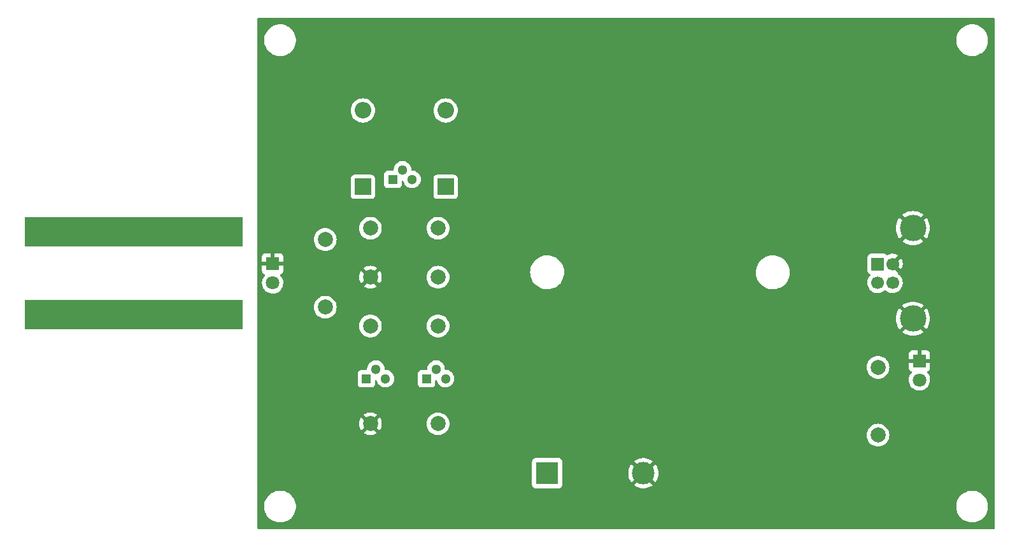
<source format=gbr>
%TF.GenerationSoftware,KiCad,Pcbnew,(6.0.7)*%
%TF.CreationDate,2023-10-27T20:14:28+01:00*%
%TF.ProjectId,slide_tester,736c6964-655f-4746-9573-7465722e6b69,rev?*%
%TF.SameCoordinates,Original*%
%TF.FileFunction,Copper,L2,Bot*%
%TF.FilePolarity,Positive*%
%FSLAX46Y46*%
G04 Gerber Fmt 4.6, Leading zero omitted, Abs format (unit mm)*
G04 Created by KiCad (PCBNEW (6.0.7)) date 2023-10-27 20:14:28*
%MOMM*%
%LPD*%
G01*
G04 APERTURE LIST*
%TA.AperFunction,ComponentPad*%
%ADD10R,1.700000X1.700000*%
%TD*%
%TA.AperFunction,ComponentPad*%
%ADD11C,1.700000*%
%TD*%
%TA.AperFunction,ComponentPad*%
%ADD12C,3.500000*%
%TD*%
%TA.AperFunction,SMDPad,CuDef*%
%ADD13R,29.000000X4.000000*%
%TD*%
%TA.AperFunction,ComponentPad*%
%ADD14C,2.000000*%
%TD*%
%TA.AperFunction,ComponentPad*%
%ADD15R,1.300000X1.300000*%
%TD*%
%TA.AperFunction,ComponentPad*%
%ADD16C,1.300000*%
%TD*%
%TA.AperFunction,ComponentPad*%
%ADD17R,1.800000X1.800000*%
%TD*%
%TA.AperFunction,ComponentPad*%
%ADD18C,1.800000*%
%TD*%
%TA.AperFunction,ComponentPad*%
%ADD19R,3.000000X3.000000*%
%TD*%
%TA.AperFunction,ComponentPad*%
%ADD20C,3.000000*%
%TD*%
%TA.AperFunction,ComponentPad*%
%ADD21R,2.200000X2.200000*%
%TD*%
%TA.AperFunction,ComponentPad*%
%ADD22O,2.200000X2.200000*%
%TD*%
G04 APERTURE END LIST*
D10*
%TO.P,J1,1,VBUS*%
%TO.N,Net-(D2-Pad2)*%
X183422500Y-83750000D03*
D11*
%TO.P,J1,2,D-*%
%TO.N,Net-(J1-Pad2)*%
X183422500Y-86250000D03*
%TO.P,J1,3,D+*%
X185422500Y-86250000D03*
%TO.P,J1,4,GND*%
%TO.N,GND*%
X185422500Y-83750000D03*
D12*
%TO.P,J1,5,Shield*%
X188132500Y-78980000D03*
X188132500Y-91020000D03*
%TD*%
D13*
%TO.P,J3,1,Pin_1*%
%TO.N,Net-(J3-Pad1)*%
X84500000Y-90500000D03*
D14*
X92500000Y-90500000D03*
%TD*%
%TO.P,J2,1,Pin_1*%
%TO.N,Net-(D3-Pad1)*%
X92500000Y-79500000D03*
D13*
X84500000Y-79500000D03*
%TD*%
D14*
%TO.P,R6,1*%
%TO.N,Net-(D2-Pad1)*%
X116000000Y-79000000D03*
%TO.P,R6,2*%
%TO.N,Net-(Q3-Pad2)*%
X125000000Y-79000000D03*
%TD*%
%TO.P,R3,1*%
%TO.N,Net-(D2-Pad1)*%
X125000000Y-85500000D03*
%TO.P,R3,2*%
%TO.N,GND*%
X116000000Y-85500000D03*
%TD*%
D15*
%TO.P,Q2,1,C*%
%TO.N,Net-(BT1-Pad1)*%
X115460000Y-99000000D03*
D16*
%TO.P,Q2,2,B*%
%TO.N,Net-(Q1-Pad1)*%
X116730000Y-97730000D03*
%TO.P,Q2,3,E*%
%TO.N,Net-(Q1-Pad2)*%
X118000000Y-99000000D03*
%TD*%
D15*
%TO.P,Q3,1,C*%
%TO.N,Net-(D3-Pad1)*%
X119000000Y-72500000D03*
D16*
%TO.P,Q3,2,B*%
%TO.N,Net-(Q3-Pad2)*%
X120270000Y-71230000D03*
%TO.P,Q3,3,E*%
%TO.N,Net-(BT1-Pad1)*%
X121540000Y-72500000D03*
%TD*%
D14*
%TO.P,R2,1*%
%TO.N,Net-(D2-Pad1)*%
X125000000Y-92000000D03*
%TO.P,R2,2*%
%TO.N,Net-(Q1-Pad2)*%
X116000000Y-92000000D03*
%TD*%
%TO.P,R4,1*%
%TO.N,Net-(J3-Pad1)*%
X110000000Y-89500000D03*
%TO.P,R4,2*%
%TO.N,Net-(D4-Pad2)*%
X110000000Y-80500000D03*
%TD*%
%TO.P,R1,1*%
%TO.N,Net-(D2-Pad2)*%
X183500000Y-97500000D03*
%TO.P,R1,2*%
%TO.N,Net-(D1-Pad2)*%
X183500000Y-106500000D03*
%TD*%
D17*
%TO.P,D1,1,K*%
%TO.N,GND*%
X189000000Y-96633513D03*
D18*
%TO.P,D1,2,A*%
%TO.N,Net-(D1-Pad2)*%
X189000000Y-99173513D03*
%TD*%
D19*
%TO.P,BT1,1,+*%
%TO.N,Net-(BT1-Pad1)*%
X139500000Y-111557500D03*
D20*
%TO.P,BT1,2,-*%
%TO.N,GND*%
X152300000Y-111557500D03*
%TD*%
D14*
%TO.P,R5,1*%
%TO.N,Net-(Q1-Pad1)*%
X125000000Y-105000000D03*
%TO.P,R5,2*%
%TO.N,GND*%
X116000000Y-105000000D03*
%TD*%
D21*
%TO.P,D3,1,K*%
%TO.N,Net-(D3-Pad1)*%
X115000000Y-73500000D03*
D22*
%TO.P,D3,2,A*%
%TO.N,Net-(D2-Pad1)*%
X115000000Y-63340000D03*
%TD*%
D21*
%TO.P,D2,1,K*%
%TO.N,Net-(D2-Pad1)*%
X126000000Y-73500000D03*
D22*
%TO.P,D2,2,A*%
%TO.N,Net-(D2-Pad2)*%
X126000000Y-63340000D03*
%TD*%
D17*
%TO.P,D4,1,K*%
%TO.N,GND*%
X103000000Y-83725000D03*
D18*
%TO.P,D4,2,A*%
%TO.N,Net-(D4-Pad2)*%
X103000000Y-86265000D03*
%TD*%
D15*
%TO.P,Q1,1,C*%
%TO.N,Net-(Q1-Pad1)*%
X123460000Y-99000000D03*
D16*
%TO.P,Q1,2,B*%
%TO.N,Net-(Q1-Pad2)*%
X124730000Y-97730000D03*
%TO.P,Q1,3,E*%
%TO.N,Net-(D2-Pad1)*%
X126000000Y-99000000D03*
%TD*%
%TA.AperFunction,Conductor*%
%TO.N,GND*%
G36*
X198942121Y-51020002D02*
G01*
X198988614Y-51073658D01*
X199000000Y-51126000D01*
X199000000Y-118874000D01*
X198979998Y-118942121D01*
X198926342Y-118988614D01*
X198874000Y-119000000D01*
X101126000Y-119000000D01*
X101057879Y-118979998D01*
X101011386Y-118926342D01*
X101000000Y-118874000D01*
X101000000Y-116132703D01*
X101890743Y-116132703D01*
X101928268Y-116417734D01*
X102004129Y-116695036D01*
X102116923Y-116959476D01*
X102264561Y-117206161D01*
X102444313Y-117430528D01*
X102652851Y-117628423D01*
X102886317Y-117796186D01*
X102890112Y-117798195D01*
X102890113Y-117798196D01*
X102911869Y-117809715D01*
X103140392Y-117930712D01*
X103410373Y-118029511D01*
X103691264Y-118090755D01*
X103719841Y-118093004D01*
X103914282Y-118108307D01*
X103914291Y-118108307D01*
X103916739Y-118108500D01*
X104072271Y-118108500D01*
X104074407Y-118108354D01*
X104074418Y-118108354D01*
X104282548Y-118094165D01*
X104282554Y-118094164D01*
X104286825Y-118093873D01*
X104291020Y-118093004D01*
X104291022Y-118093004D01*
X104427583Y-118064724D01*
X104568342Y-118035574D01*
X104839343Y-117939607D01*
X105094812Y-117807750D01*
X105098313Y-117805289D01*
X105098317Y-117805287D01*
X105212418Y-117725095D01*
X105330023Y-117642441D01*
X105540622Y-117446740D01*
X105722713Y-117224268D01*
X105872927Y-116979142D01*
X105988483Y-116715898D01*
X106067244Y-116439406D01*
X106107751Y-116154784D01*
X106107845Y-116136951D01*
X106107867Y-116132703D01*
X193890743Y-116132703D01*
X193928268Y-116417734D01*
X194004129Y-116695036D01*
X194116923Y-116959476D01*
X194264561Y-117206161D01*
X194444313Y-117430528D01*
X194652851Y-117628423D01*
X194886317Y-117796186D01*
X194890112Y-117798195D01*
X194890113Y-117798196D01*
X194911869Y-117809715D01*
X195140392Y-117930712D01*
X195410373Y-118029511D01*
X195691264Y-118090755D01*
X195719841Y-118093004D01*
X195914282Y-118108307D01*
X195914291Y-118108307D01*
X195916739Y-118108500D01*
X196072271Y-118108500D01*
X196074407Y-118108354D01*
X196074418Y-118108354D01*
X196282548Y-118094165D01*
X196282554Y-118094164D01*
X196286825Y-118093873D01*
X196291020Y-118093004D01*
X196291022Y-118093004D01*
X196427583Y-118064724D01*
X196568342Y-118035574D01*
X196839343Y-117939607D01*
X197094812Y-117807750D01*
X197098313Y-117805289D01*
X197098317Y-117805287D01*
X197212418Y-117725095D01*
X197330023Y-117642441D01*
X197540622Y-117446740D01*
X197722713Y-117224268D01*
X197872927Y-116979142D01*
X197988483Y-116715898D01*
X198067244Y-116439406D01*
X198107751Y-116154784D01*
X198107845Y-116136951D01*
X198109235Y-115871583D01*
X198109235Y-115871576D01*
X198109257Y-115867297D01*
X198071732Y-115582266D01*
X197995871Y-115304964D01*
X197883077Y-115040524D01*
X197735439Y-114793839D01*
X197555687Y-114569472D01*
X197347149Y-114371577D01*
X197113683Y-114203814D01*
X197091843Y-114192250D01*
X197068654Y-114179972D01*
X196859608Y-114069288D01*
X196589627Y-113970489D01*
X196308736Y-113909245D01*
X196277685Y-113906801D01*
X196085718Y-113891693D01*
X196085709Y-113891693D01*
X196083261Y-113891500D01*
X195927729Y-113891500D01*
X195925593Y-113891646D01*
X195925582Y-113891646D01*
X195717452Y-113905835D01*
X195717446Y-113905836D01*
X195713175Y-113906127D01*
X195708980Y-113906996D01*
X195708978Y-113906996D01*
X195572417Y-113935276D01*
X195431658Y-113964426D01*
X195160657Y-114060393D01*
X194905188Y-114192250D01*
X194901687Y-114194711D01*
X194901683Y-114194713D01*
X194891594Y-114201804D01*
X194669977Y-114357559D01*
X194459378Y-114553260D01*
X194277287Y-114775732D01*
X194127073Y-115020858D01*
X194011517Y-115284102D01*
X193932756Y-115560594D01*
X193892249Y-115845216D01*
X193892227Y-115849505D01*
X193892226Y-115849512D01*
X193890765Y-116128417D01*
X193890743Y-116132703D01*
X106107867Y-116132703D01*
X106109235Y-115871583D01*
X106109235Y-115871576D01*
X106109257Y-115867297D01*
X106071732Y-115582266D01*
X105995871Y-115304964D01*
X105883077Y-115040524D01*
X105735439Y-114793839D01*
X105555687Y-114569472D01*
X105347149Y-114371577D01*
X105113683Y-114203814D01*
X105091843Y-114192250D01*
X105068654Y-114179972D01*
X104859608Y-114069288D01*
X104589627Y-113970489D01*
X104308736Y-113909245D01*
X104277685Y-113906801D01*
X104085718Y-113891693D01*
X104085709Y-113891693D01*
X104083261Y-113891500D01*
X103927729Y-113891500D01*
X103925593Y-113891646D01*
X103925582Y-113891646D01*
X103717452Y-113905835D01*
X103717446Y-113905836D01*
X103713175Y-113906127D01*
X103708980Y-113906996D01*
X103708978Y-113906996D01*
X103572417Y-113935276D01*
X103431658Y-113964426D01*
X103160657Y-114060393D01*
X102905188Y-114192250D01*
X102901687Y-114194711D01*
X102901683Y-114194713D01*
X102891594Y-114201804D01*
X102669977Y-114357559D01*
X102459378Y-114553260D01*
X102277287Y-114775732D01*
X102127073Y-115020858D01*
X102011517Y-115284102D01*
X101932756Y-115560594D01*
X101892249Y-115845216D01*
X101892227Y-115849505D01*
X101892226Y-115849512D01*
X101890765Y-116128417D01*
X101890743Y-116132703D01*
X101000000Y-116132703D01*
X101000000Y-113105634D01*
X137491500Y-113105634D01*
X137498255Y-113167816D01*
X137549385Y-113304205D01*
X137636739Y-113420761D01*
X137753295Y-113508115D01*
X137889684Y-113559245D01*
X137951866Y-113566000D01*
X141048134Y-113566000D01*
X141110316Y-113559245D01*
X141246705Y-113508115D01*
X141363261Y-113420761D01*
X141450615Y-113304205D01*
X141501745Y-113167816D01*
X141503990Y-113147154D01*
X151075618Y-113147154D01*
X151082673Y-113157127D01*
X151113679Y-113183051D01*
X151120598Y-113188079D01*
X151345272Y-113329015D01*
X151352807Y-113333056D01*
X151594520Y-113442194D01*
X151602551Y-113445180D01*
X151856832Y-113520502D01*
X151865184Y-113522369D01*
X152127340Y-113562484D01*
X152135874Y-113563200D01*
X152401045Y-113567367D01*
X152409596Y-113566918D01*
X152672883Y-113535057D01*
X152681284Y-113533455D01*
X152937824Y-113466153D01*
X152945926Y-113463426D01*
X153190949Y-113361934D01*
X153198617Y-113358128D01*
X153427598Y-113224322D01*
X153434679Y-113219509D01*
X153514655Y-113156801D01*
X153523125Y-113144942D01*
X153516608Y-113133318D01*
X152312812Y-111929522D01*
X152298868Y-111921908D01*
X152297035Y-111922039D01*
X152290420Y-111926290D01*
X151082910Y-113133800D01*
X151075618Y-113147154D01*
X141503990Y-113147154D01*
X141508500Y-113105634D01*
X141508500Y-111540704D01*
X150287665Y-111540704D01*
X150302932Y-111805469D01*
X150304005Y-111813970D01*
X150355065Y-112074222D01*
X150357276Y-112082474D01*
X150443184Y-112333394D01*
X150446499Y-112341279D01*
X150565664Y-112578213D01*
X150570020Y-112585579D01*
X150699347Y-112773750D01*
X150709601Y-112782094D01*
X150723342Y-112774948D01*
X151927978Y-111570312D01*
X151934356Y-111558632D01*
X152664408Y-111558632D01*
X152664539Y-111560465D01*
X152668790Y-111567080D01*
X153875730Y-112774020D01*
X153887939Y-112780687D01*
X153899439Y-112771997D01*
X153996831Y-112639413D01*
X154001418Y-112632185D01*
X154127962Y-112399121D01*
X154131530Y-112391327D01*
X154225271Y-112143250D01*
X154227748Y-112135044D01*
X154286954Y-111876538D01*
X154288294Y-111868077D01*
X154312031Y-111602116D01*
X154312277Y-111597177D01*
X154312666Y-111559985D01*
X154312523Y-111555019D01*
X154294362Y-111288623D01*
X154293201Y-111280149D01*
X154239419Y-111020444D01*
X154237120Y-111012209D01*
X154148588Y-110762205D01*
X154145191Y-110754354D01*
X154023550Y-110518678D01*
X154019122Y-110511366D01*
X153900031Y-110341917D01*
X153889509Y-110333537D01*
X153876121Y-110340589D01*
X152672022Y-111544688D01*
X152664408Y-111558632D01*
X151934356Y-111558632D01*
X151935592Y-111556368D01*
X151935461Y-111554535D01*
X151931210Y-111547920D01*
X150723814Y-110340524D01*
X150711804Y-110333966D01*
X150700064Y-110342934D01*
X150591935Y-110493411D01*
X150587418Y-110500696D01*
X150463325Y-110735067D01*
X150459839Y-110742895D01*
X150368700Y-110991946D01*
X150366311Y-111000170D01*
X150309812Y-111259295D01*
X150308563Y-111267750D01*
X150287754Y-111532153D01*
X150287665Y-111540704D01*
X141508500Y-111540704D01*
X141508500Y-110009366D01*
X141504224Y-109970000D01*
X151076584Y-109970000D01*
X151082980Y-109981270D01*
X152287188Y-111185478D01*
X152301132Y-111193092D01*
X152302965Y-111192961D01*
X152309580Y-111188710D01*
X153516604Y-109981686D01*
X153523795Y-109968517D01*
X153516473Y-109958280D01*
X153469233Y-109919615D01*
X153462261Y-109914660D01*
X153236122Y-109776082D01*
X153228552Y-109772124D01*
X152985704Y-109665522D01*
X152977644Y-109662620D01*
X152722592Y-109589967D01*
X152714214Y-109588185D01*
X152451656Y-109550818D01*
X152443111Y-109550191D01*
X152177908Y-109548802D01*
X152169374Y-109549339D01*
X151906433Y-109583956D01*
X151898035Y-109585649D01*
X151642238Y-109655627D01*
X151634143Y-109658446D01*
X151390199Y-109762497D01*
X151382577Y-109766381D01*
X151155013Y-109902575D01*
X151147981Y-109907462D01*
X151085053Y-109957877D01*
X151076584Y-109970000D01*
X141504224Y-109970000D01*
X141501745Y-109947184D01*
X141450615Y-109810795D01*
X141363261Y-109694239D01*
X141246705Y-109606885D01*
X141110316Y-109555755D01*
X141048134Y-109549000D01*
X137951866Y-109549000D01*
X137889684Y-109555755D01*
X137753295Y-109606885D01*
X137636739Y-109694239D01*
X137549385Y-109810795D01*
X137498255Y-109947184D01*
X137491500Y-110009366D01*
X137491500Y-113105634D01*
X101000000Y-113105634D01*
X101000000Y-106232670D01*
X115132160Y-106232670D01*
X115137887Y-106240320D01*
X115309042Y-106345205D01*
X115317837Y-106349687D01*
X115527988Y-106436734D01*
X115537373Y-106439783D01*
X115758554Y-106492885D01*
X115768301Y-106494428D01*
X115995070Y-106512275D01*
X116004930Y-106512275D01*
X116231699Y-106494428D01*
X116241446Y-106492885D01*
X116462627Y-106439783D01*
X116472012Y-106436734D01*
X116682163Y-106349687D01*
X116690958Y-106345205D01*
X116858445Y-106242568D01*
X116867907Y-106232110D01*
X116864124Y-106223334D01*
X116012812Y-105372022D01*
X115998868Y-105364408D01*
X115997035Y-105364539D01*
X115990420Y-105368790D01*
X115138920Y-106220290D01*
X115132160Y-106232670D01*
X101000000Y-106232670D01*
X101000000Y-105004930D01*
X114487725Y-105004930D01*
X114505572Y-105231699D01*
X114507115Y-105241446D01*
X114560217Y-105462627D01*
X114563266Y-105472012D01*
X114650313Y-105682163D01*
X114654795Y-105690958D01*
X114757432Y-105858445D01*
X114767890Y-105867907D01*
X114776666Y-105864124D01*
X115627978Y-105012812D01*
X115634356Y-105001132D01*
X116364408Y-105001132D01*
X116364539Y-105002965D01*
X116368790Y-105009580D01*
X117220290Y-105861080D01*
X117232670Y-105867840D01*
X117240320Y-105862113D01*
X117345205Y-105690958D01*
X117349687Y-105682163D01*
X117436734Y-105472012D01*
X117439783Y-105462627D01*
X117492885Y-105241446D01*
X117494428Y-105231699D01*
X117512275Y-105004930D01*
X117512275Y-105000000D01*
X123486835Y-105000000D01*
X123505465Y-105236711D01*
X123560895Y-105467594D01*
X123562788Y-105472165D01*
X123562789Y-105472167D01*
X123649772Y-105682163D01*
X123651760Y-105686963D01*
X123654346Y-105691183D01*
X123773241Y-105885202D01*
X123773245Y-105885208D01*
X123775824Y-105889416D01*
X123930031Y-106069969D01*
X124110584Y-106224176D01*
X124114792Y-106226755D01*
X124114798Y-106226759D01*
X124308084Y-106345205D01*
X124313037Y-106348240D01*
X124317607Y-106350133D01*
X124317611Y-106350135D01*
X124527833Y-106437211D01*
X124532406Y-106439105D01*
X124612609Y-106458360D01*
X124758476Y-106493380D01*
X124758482Y-106493381D01*
X124763289Y-106494535D01*
X125000000Y-106513165D01*
X125167273Y-106500000D01*
X181986835Y-106500000D01*
X182005465Y-106736711D01*
X182060895Y-106967594D01*
X182151760Y-107186963D01*
X182154346Y-107191183D01*
X182273241Y-107385202D01*
X182273245Y-107385208D01*
X182275824Y-107389416D01*
X182430031Y-107569969D01*
X182610584Y-107724176D01*
X182614792Y-107726755D01*
X182614798Y-107726759D01*
X182808817Y-107845654D01*
X182813037Y-107848240D01*
X182817607Y-107850133D01*
X182817611Y-107850135D01*
X183027833Y-107937211D01*
X183032406Y-107939105D01*
X183112609Y-107958360D01*
X183258476Y-107993380D01*
X183258482Y-107993381D01*
X183263289Y-107994535D01*
X183500000Y-108013165D01*
X183736711Y-107994535D01*
X183741518Y-107993381D01*
X183741524Y-107993380D01*
X183887391Y-107958360D01*
X183967594Y-107939105D01*
X183972167Y-107937211D01*
X184182389Y-107850135D01*
X184182393Y-107850133D01*
X184186963Y-107848240D01*
X184191183Y-107845654D01*
X184385202Y-107726759D01*
X184385208Y-107726755D01*
X184389416Y-107724176D01*
X184569969Y-107569969D01*
X184724176Y-107389416D01*
X184726755Y-107385208D01*
X184726759Y-107385202D01*
X184845654Y-107191183D01*
X184848240Y-107186963D01*
X184939105Y-106967594D01*
X184994535Y-106736711D01*
X185013165Y-106500000D01*
X184994535Y-106263289D01*
X184989561Y-106242568D01*
X184940260Y-106037218D01*
X184939105Y-106032406D01*
X184868140Y-105861080D01*
X184850135Y-105817611D01*
X184850133Y-105817607D01*
X184848240Y-105813037D01*
X184845654Y-105808817D01*
X184726759Y-105614798D01*
X184726755Y-105614792D01*
X184724176Y-105610584D01*
X184569969Y-105430031D01*
X184389416Y-105275824D01*
X184385208Y-105273245D01*
X184385202Y-105273241D01*
X184191183Y-105154346D01*
X184186963Y-105151760D01*
X184182393Y-105149867D01*
X184182389Y-105149865D01*
X183972167Y-105062789D01*
X183972165Y-105062788D01*
X183967594Y-105060895D01*
X183887391Y-105041640D01*
X183741524Y-105006620D01*
X183741518Y-105006619D01*
X183736711Y-105005465D01*
X183500000Y-104986835D01*
X183263289Y-105005465D01*
X183258482Y-105006619D01*
X183258476Y-105006620D01*
X183112609Y-105041640D01*
X183032406Y-105060895D01*
X183027835Y-105062788D01*
X183027833Y-105062789D01*
X182817611Y-105149865D01*
X182817607Y-105149867D01*
X182813037Y-105151760D01*
X182808817Y-105154346D01*
X182614798Y-105273241D01*
X182614792Y-105273245D01*
X182610584Y-105275824D01*
X182430031Y-105430031D01*
X182275824Y-105610584D01*
X182273245Y-105614792D01*
X182273241Y-105614798D01*
X182154346Y-105808817D01*
X182151760Y-105813037D01*
X182149867Y-105817607D01*
X182149865Y-105817611D01*
X182131860Y-105861080D01*
X182060895Y-106032406D01*
X182059740Y-106037218D01*
X182010440Y-106242568D01*
X182005465Y-106263289D01*
X181986835Y-106500000D01*
X125167273Y-106500000D01*
X125236711Y-106494535D01*
X125241518Y-106493381D01*
X125241524Y-106493380D01*
X125387391Y-106458360D01*
X125467594Y-106439105D01*
X125472167Y-106437211D01*
X125682389Y-106350135D01*
X125682393Y-106350133D01*
X125686963Y-106348240D01*
X125691916Y-106345205D01*
X125885202Y-106226759D01*
X125885208Y-106226755D01*
X125889416Y-106224176D01*
X126069969Y-106069969D01*
X126224176Y-105889416D01*
X126226755Y-105885208D01*
X126226759Y-105885202D01*
X126345654Y-105691183D01*
X126348240Y-105686963D01*
X126350229Y-105682163D01*
X126437211Y-105472167D01*
X126437212Y-105472165D01*
X126439105Y-105467594D01*
X126494535Y-105236711D01*
X126513165Y-105000000D01*
X126494535Y-104763289D01*
X126439105Y-104532406D01*
X126437211Y-104527833D01*
X126350135Y-104317611D01*
X126350133Y-104317607D01*
X126348240Y-104313037D01*
X126345654Y-104308817D01*
X126226759Y-104114798D01*
X126226755Y-104114792D01*
X126224176Y-104110584D01*
X126069969Y-103930031D01*
X125889416Y-103775824D01*
X125885208Y-103773245D01*
X125885202Y-103773241D01*
X125691183Y-103654346D01*
X125686963Y-103651760D01*
X125682393Y-103649867D01*
X125682389Y-103649865D01*
X125472167Y-103562789D01*
X125472165Y-103562788D01*
X125467594Y-103560895D01*
X125387391Y-103541640D01*
X125241524Y-103506620D01*
X125241518Y-103506619D01*
X125236711Y-103505465D01*
X125000000Y-103486835D01*
X124763289Y-103505465D01*
X124758482Y-103506619D01*
X124758476Y-103506620D01*
X124612609Y-103541640D01*
X124532406Y-103560895D01*
X124527835Y-103562788D01*
X124527833Y-103562789D01*
X124317611Y-103649865D01*
X124317607Y-103649867D01*
X124313037Y-103651760D01*
X124308817Y-103654346D01*
X124114798Y-103773241D01*
X124114792Y-103773245D01*
X124110584Y-103775824D01*
X123930031Y-103930031D01*
X123775824Y-104110584D01*
X123773245Y-104114792D01*
X123773241Y-104114798D01*
X123654346Y-104308817D01*
X123651760Y-104313037D01*
X123649867Y-104317607D01*
X123649865Y-104317611D01*
X123562789Y-104527833D01*
X123560895Y-104532406D01*
X123505465Y-104763289D01*
X123486835Y-105000000D01*
X117512275Y-105000000D01*
X117512275Y-104995070D01*
X117494428Y-104768301D01*
X117492885Y-104758554D01*
X117439783Y-104537373D01*
X117436734Y-104527988D01*
X117349687Y-104317837D01*
X117345205Y-104309042D01*
X117242568Y-104141555D01*
X117232110Y-104132093D01*
X117223334Y-104135876D01*
X116372022Y-104987188D01*
X116364408Y-105001132D01*
X115634356Y-105001132D01*
X115635592Y-104998868D01*
X115635461Y-104997035D01*
X115631210Y-104990420D01*
X114779710Y-104138920D01*
X114767330Y-104132160D01*
X114759680Y-104137887D01*
X114654795Y-104309042D01*
X114650313Y-104317837D01*
X114563266Y-104527988D01*
X114560217Y-104537373D01*
X114507115Y-104758554D01*
X114505572Y-104768301D01*
X114487725Y-104995070D01*
X114487725Y-105004930D01*
X101000000Y-105004930D01*
X101000000Y-103767890D01*
X115132093Y-103767890D01*
X115135876Y-103776666D01*
X115987188Y-104627978D01*
X116001132Y-104635592D01*
X116002965Y-104635461D01*
X116009580Y-104631210D01*
X116861080Y-103779710D01*
X116867840Y-103767330D01*
X116862113Y-103759680D01*
X116690958Y-103654795D01*
X116682163Y-103650313D01*
X116472012Y-103563266D01*
X116462627Y-103560217D01*
X116241446Y-103507115D01*
X116231699Y-103505572D01*
X116004930Y-103487725D01*
X115995070Y-103487725D01*
X115768301Y-103505572D01*
X115758554Y-103507115D01*
X115537373Y-103560217D01*
X115527988Y-103563266D01*
X115317837Y-103650313D01*
X115309042Y-103654795D01*
X115141555Y-103757432D01*
X115132093Y-103767890D01*
X101000000Y-103767890D01*
X101000000Y-99698134D01*
X114301500Y-99698134D01*
X114308255Y-99760316D01*
X114359385Y-99896705D01*
X114446739Y-100013261D01*
X114563295Y-100100615D01*
X114699684Y-100151745D01*
X114761866Y-100158500D01*
X116158134Y-100158500D01*
X116220316Y-100151745D01*
X116356705Y-100100615D01*
X116473261Y-100013261D01*
X116560615Y-99896705D01*
X116611745Y-99760316D01*
X116618500Y-99698134D01*
X116618500Y-99275084D01*
X116638502Y-99206963D01*
X116692158Y-99160470D01*
X116762432Y-99150366D01*
X116827012Y-99179860D01*
X116866623Y-99244068D01*
X116903272Y-99388372D01*
X116905689Y-99393615D01*
X116942389Y-99473223D01*
X116992411Y-99581731D01*
X117115296Y-99755609D01*
X117267809Y-99904181D01*
X117272605Y-99907386D01*
X117272608Y-99907388D01*
X117344088Y-99955149D01*
X117444843Y-100022471D01*
X117450146Y-100024749D01*
X117450149Y-100024751D01*
X117635163Y-100104239D01*
X117640470Y-100106519D01*
X117716316Y-100123681D01*
X117842501Y-100152234D01*
X117842506Y-100152235D01*
X117848138Y-100153509D01*
X117853909Y-100153736D01*
X117853911Y-100153736D01*
X117915252Y-100156146D01*
X118060891Y-100161869D01*
X118066600Y-100161041D01*
X118066604Y-100161041D01*
X118265890Y-100132145D01*
X118265894Y-100132144D01*
X118271605Y-100131316D01*
X118473223Y-100062876D01*
X118658993Y-99958840D01*
X118822693Y-99822693D01*
X118926287Y-99698134D01*
X122301500Y-99698134D01*
X122308255Y-99760316D01*
X122359385Y-99896705D01*
X122446739Y-100013261D01*
X122563295Y-100100615D01*
X122699684Y-100151745D01*
X122761866Y-100158500D01*
X124158134Y-100158500D01*
X124220316Y-100151745D01*
X124356705Y-100100615D01*
X124473261Y-100013261D01*
X124560615Y-99896705D01*
X124611745Y-99760316D01*
X124618500Y-99698134D01*
X124618500Y-99275084D01*
X124638502Y-99206963D01*
X124692158Y-99160470D01*
X124762432Y-99150366D01*
X124827012Y-99179860D01*
X124866623Y-99244068D01*
X124903272Y-99388372D01*
X124905689Y-99393615D01*
X124942389Y-99473223D01*
X124992411Y-99581731D01*
X125115296Y-99755609D01*
X125267809Y-99904181D01*
X125272605Y-99907386D01*
X125272608Y-99907388D01*
X125344088Y-99955149D01*
X125444843Y-100022471D01*
X125450146Y-100024749D01*
X125450149Y-100024751D01*
X125635163Y-100104239D01*
X125640470Y-100106519D01*
X125716316Y-100123681D01*
X125842501Y-100152234D01*
X125842506Y-100152235D01*
X125848138Y-100153509D01*
X125853909Y-100153736D01*
X125853911Y-100153736D01*
X125915252Y-100156146D01*
X126060891Y-100161869D01*
X126066600Y-100161041D01*
X126066604Y-100161041D01*
X126265890Y-100132145D01*
X126265894Y-100132144D01*
X126271605Y-100131316D01*
X126473223Y-100062876D01*
X126658993Y-99958840D01*
X126822693Y-99822693D01*
X126958840Y-99658993D01*
X127062876Y-99473223D01*
X127131316Y-99271605D01*
X127135048Y-99245872D01*
X127150546Y-99138982D01*
X187587095Y-99138982D01*
X187587392Y-99144135D01*
X187587392Y-99144138D01*
X187593067Y-99242554D01*
X187600427Y-99370210D01*
X187601564Y-99375256D01*
X187601565Y-99375262D01*
X187624777Y-99478258D01*
X187651346Y-99596155D01*
X187653288Y-99600937D01*
X187653289Y-99600941D01*
X187717729Y-99759636D01*
X187738484Y-99810750D01*
X187859501Y-100008232D01*
X188011147Y-100183297D01*
X188189349Y-100331243D01*
X188389322Y-100448097D01*
X188605694Y-100530722D01*
X188610760Y-100531753D01*
X188610761Y-100531753D01*
X188663846Y-100542553D01*
X188832656Y-100576898D01*
X188963324Y-100581689D01*
X189058949Y-100585196D01*
X189058953Y-100585196D01*
X189064113Y-100585385D01*
X189069233Y-100584729D01*
X189069235Y-100584729D01*
X189142270Y-100575373D01*
X189293847Y-100555955D01*
X189298795Y-100554470D01*
X189298802Y-100554469D01*
X189510747Y-100490882D01*
X189515690Y-100489399D01*
X189596236Y-100449940D01*
X189719049Y-100389775D01*
X189719052Y-100389773D01*
X189723684Y-100387504D01*
X189912243Y-100253007D01*
X190076303Y-100089518D01*
X190211458Y-99901430D01*
X190213794Y-99896705D01*
X190311784Y-99698435D01*
X190311785Y-99698433D01*
X190314078Y-99693793D01*
X190381408Y-99472184D01*
X190411640Y-99242554D01*
X190412510Y-99206963D01*
X190413245Y-99176878D01*
X190413245Y-99176874D01*
X190413327Y-99173513D01*
X190407032Y-99096947D01*
X190394773Y-98947831D01*
X190394772Y-98947825D01*
X190394349Y-98942680D01*
X190366137Y-98830363D01*
X190339184Y-98723057D01*
X190339183Y-98723053D01*
X190337925Y-98718046D01*
X190335866Y-98713310D01*
X190247630Y-98510381D01*
X190247628Y-98510378D01*
X190245570Y-98505644D01*
X190119764Y-98311178D01*
X190029486Y-98211963D01*
X189998434Y-98148118D01*
X190006829Y-98077619D01*
X190052005Y-98022851D01*
X190078449Y-98009182D01*
X190138054Y-97986837D01*
X190153649Y-97978299D01*
X190255724Y-97901798D01*
X190268285Y-97889237D01*
X190344786Y-97787162D01*
X190353324Y-97771567D01*
X190398478Y-97651119D01*
X190402105Y-97635864D01*
X190407631Y-97584999D01*
X190408000Y-97578185D01*
X190408000Y-96905628D01*
X190403525Y-96890389D01*
X190402135Y-96889184D01*
X190394452Y-96887513D01*
X187610116Y-96887513D01*
X187594877Y-96891988D01*
X187593672Y-96893378D01*
X187592001Y-96901061D01*
X187592001Y-97578182D01*
X187592371Y-97585003D01*
X187597895Y-97635865D01*
X187601521Y-97651117D01*
X187646676Y-97771567D01*
X187655214Y-97787162D01*
X187731715Y-97889237D01*
X187744276Y-97901798D01*
X187846351Y-97978299D01*
X187861946Y-97986837D01*
X187921540Y-98009178D01*
X187978304Y-98051820D01*
X188003004Y-98118381D01*
X187987796Y-98187730D01*
X187968404Y-98214211D01*
X187945719Y-98237950D01*
X187901639Y-98284077D01*
X187898725Y-98288349D01*
X187898724Y-98288350D01*
X187883152Y-98311178D01*
X187771119Y-98475412D01*
X187673602Y-98685494D01*
X187611707Y-98908682D01*
X187587095Y-99138982D01*
X127150546Y-99138982D01*
X127161337Y-99064561D01*
X127161337Y-99064559D01*
X127161869Y-99060891D01*
X127163463Y-99000000D01*
X127143981Y-98787976D01*
X127126716Y-98726759D01*
X127087754Y-98588611D01*
X127087753Y-98588609D01*
X127086186Y-98583052D01*
X127081317Y-98573177D01*
X126994570Y-98397273D01*
X126992015Y-98392092D01*
X126864622Y-98221491D01*
X126708271Y-98076963D01*
X126528201Y-97963347D01*
X126330441Y-97884449D01*
X126324781Y-97883323D01*
X126324777Y-97883322D01*
X126127282Y-97844038D01*
X126127280Y-97844038D01*
X126121615Y-97842911D01*
X126115840Y-97842835D01*
X126115836Y-97842835D01*
X126059458Y-97842097D01*
X126017016Y-97841542D01*
X125949164Y-97820650D01*
X125903377Y-97766391D01*
X125893195Y-97727082D01*
X125874510Y-97523730D01*
X125874509Y-97523727D01*
X125873981Y-97517976D01*
X125868911Y-97500000D01*
X181986835Y-97500000D01*
X182005465Y-97736711D01*
X182006619Y-97741518D01*
X182006620Y-97741524D01*
X182032244Y-97848255D01*
X182060895Y-97967594D01*
X182062788Y-97972165D01*
X182062789Y-97972167D01*
X182123353Y-98118381D01*
X182151760Y-98186963D01*
X182154346Y-98191183D01*
X182273241Y-98385202D01*
X182273245Y-98385208D01*
X182275824Y-98389416D01*
X182430031Y-98569969D01*
X182610584Y-98724176D01*
X182614792Y-98726755D01*
X182614798Y-98726759D01*
X182724085Y-98793730D01*
X182813037Y-98848240D01*
X182817607Y-98850133D01*
X182817611Y-98850135D01*
X183027833Y-98937211D01*
X183032406Y-98939105D01*
X183112609Y-98958360D01*
X183258476Y-98993380D01*
X183258482Y-98993381D01*
X183263289Y-98994535D01*
X183500000Y-99013165D01*
X183736711Y-98994535D01*
X183741518Y-98993381D01*
X183741524Y-98993380D01*
X183887391Y-98958360D01*
X183967594Y-98939105D01*
X183972167Y-98937211D01*
X184182389Y-98850135D01*
X184182393Y-98850133D01*
X184186963Y-98848240D01*
X184275915Y-98793730D01*
X184385202Y-98726759D01*
X184385208Y-98726755D01*
X184389416Y-98724176D01*
X184569969Y-98569969D01*
X184724176Y-98389416D01*
X184726755Y-98385208D01*
X184726759Y-98385202D01*
X184845654Y-98191183D01*
X184848240Y-98186963D01*
X184876648Y-98118381D01*
X184937211Y-97972167D01*
X184937212Y-97972165D01*
X184939105Y-97967594D01*
X184967756Y-97848255D01*
X184993380Y-97741524D01*
X184993381Y-97741518D01*
X184994535Y-97736711D01*
X185013165Y-97500000D01*
X184994535Y-97263289D01*
X184939105Y-97032406D01*
X184905589Y-96951491D01*
X184850135Y-96817611D01*
X184850133Y-96817607D01*
X184848240Y-96813037D01*
X184831540Y-96785785D01*
X184726759Y-96614798D01*
X184726755Y-96614792D01*
X184724176Y-96610584D01*
X184569969Y-96430031D01*
X184489610Y-96361398D01*
X187592000Y-96361398D01*
X187596475Y-96376637D01*
X187597865Y-96377842D01*
X187605548Y-96379513D01*
X188727885Y-96379513D01*
X188743124Y-96375038D01*
X188744329Y-96373648D01*
X188746000Y-96365965D01*
X188746000Y-96361398D01*
X189254000Y-96361398D01*
X189258475Y-96376637D01*
X189259865Y-96377842D01*
X189267548Y-96379513D01*
X190389884Y-96379513D01*
X190405123Y-96375038D01*
X190406328Y-96373648D01*
X190407999Y-96365965D01*
X190407999Y-95688844D01*
X190407629Y-95682023D01*
X190402105Y-95631161D01*
X190398479Y-95615909D01*
X190353324Y-95495459D01*
X190344786Y-95479864D01*
X190268285Y-95377789D01*
X190255724Y-95365228D01*
X190153649Y-95288727D01*
X190138054Y-95280189D01*
X190017606Y-95235035D01*
X190002351Y-95231408D01*
X189951486Y-95225882D01*
X189944672Y-95225513D01*
X189272115Y-95225513D01*
X189256876Y-95229988D01*
X189255671Y-95231378D01*
X189254000Y-95239061D01*
X189254000Y-96361398D01*
X188746000Y-96361398D01*
X188746000Y-95243629D01*
X188741525Y-95228390D01*
X188740135Y-95227185D01*
X188732452Y-95225514D01*
X188055331Y-95225514D01*
X188048510Y-95225884D01*
X187997648Y-95231408D01*
X187982396Y-95235034D01*
X187861946Y-95280189D01*
X187846351Y-95288727D01*
X187744276Y-95365228D01*
X187731715Y-95377789D01*
X187655214Y-95479864D01*
X187646676Y-95495459D01*
X187601522Y-95615907D01*
X187597895Y-95631162D01*
X187592369Y-95682027D01*
X187592000Y-95688841D01*
X187592000Y-96361398D01*
X184489610Y-96361398D01*
X184389416Y-96275824D01*
X184385208Y-96273245D01*
X184385202Y-96273241D01*
X184191183Y-96154346D01*
X184186963Y-96151760D01*
X184182393Y-96149867D01*
X184182389Y-96149865D01*
X183972167Y-96062789D01*
X183972165Y-96062788D01*
X183967594Y-96060895D01*
X183887391Y-96041640D01*
X183741524Y-96006620D01*
X183741518Y-96006619D01*
X183736711Y-96005465D01*
X183500000Y-95986835D01*
X183263289Y-96005465D01*
X183258482Y-96006619D01*
X183258476Y-96006620D01*
X183112609Y-96041640D01*
X183032406Y-96060895D01*
X183027835Y-96062788D01*
X183027833Y-96062789D01*
X182817611Y-96149865D01*
X182817607Y-96149867D01*
X182813037Y-96151760D01*
X182808817Y-96154346D01*
X182614798Y-96273241D01*
X182614792Y-96273245D01*
X182610584Y-96275824D01*
X182430031Y-96430031D01*
X182275824Y-96610584D01*
X182273245Y-96614792D01*
X182273241Y-96614798D01*
X182168460Y-96785785D01*
X182151760Y-96813037D01*
X182149867Y-96817607D01*
X182149865Y-96817611D01*
X182094411Y-96951491D01*
X182060895Y-97032406D01*
X182005465Y-97263289D01*
X181986835Y-97500000D01*
X125868911Y-97500000D01*
X125816186Y-97313052D01*
X125722015Y-97122092D01*
X125594622Y-96951491D01*
X125438271Y-96806963D01*
X125258201Y-96693347D01*
X125060441Y-96614449D01*
X125054781Y-96613323D01*
X125054777Y-96613322D01*
X124857282Y-96574038D01*
X124857280Y-96574038D01*
X124851615Y-96572911D01*
X124845840Y-96572835D01*
X124845836Y-96572835D01*
X124739161Y-96571439D01*
X124638716Y-96570124D01*
X124633019Y-96571103D01*
X124633018Y-96571103D01*
X124434564Y-96605203D01*
X124434561Y-96605204D01*
X124428874Y-96606181D01*
X124229116Y-96679875D01*
X124046134Y-96788739D01*
X123886054Y-96929125D01*
X123754238Y-97096333D01*
X123751549Y-97101444D01*
X123751547Y-97101447D01*
X123697085Y-97204961D01*
X123655100Y-97284762D01*
X123653386Y-97290283D01*
X123653384Y-97290287D01*
X123600494Y-97460623D01*
X123591961Y-97488102D01*
X123566936Y-97699544D01*
X123567441Y-97707256D01*
X123567239Y-97708160D01*
X123567163Y-97711080D01*
X123566589Y-97711065D01*
X123551941Y-97776538D01*
X123501443Y-97826442D01*
X123441712Y-97841500D01*
X122761866Y-97841500D01*
X122699684Y-97848255D01*
X122563295Y-97899385D01*
X122446739Y-97986739D01*
X122359385Y-98103295D01*
X122308255Y-98239684D01*
X122301500Y-98301866D01*
X122301500Y-99698134D01*
X118926287Y-99698134D01*
X118958840Y-99658993D01*
X119062876Y-99473223D01*
X119131316Y-99271605D01*
X119135048Y-99245872D01*
X119161337Y-99064561D01*
X119161337Y-99064559D01*
X119161869Y-99060891D01*
X119163463Y-99000000D01*
X119143981Y-98787976D01*
X119126716Y-98726759D01*
X119087754Y-98588611D01*
X119087753Y-98588609D01*
X119086186Y-98583052D01*
X119081317Y-98573177D01*
X118994570Y-98397273D01*
X118992015Y-98392092D01*
X118864622Y-98221491D01*
X118708271Y-98076963D01*
X118528201Y-97963347D01*
X118330441Y-97884449D01*
X118324781Y-97883323D01*
X118324777Y-97883322D01*
X118127282Y-97844038D01*
X118127280Y-97844038D01*
X118121615Y-97842911D01*
X118115840Y-97842835D01*
X118115836Y-97842835D01*
X118059458Y-97842097D01*
X118017016Y-97841542D01*
X117949164Y-97820650D01*
X117903377Y-97766391D01*
X117893195Y-97727082D01*
X117874510Y-97523730D01*
X117874509Y-97523727D01*
X117873981Y-97517976D01*
X117816186Y-97313052D01*
X117722015Y-97122092D01*
X117594622Y-96951491D01*
X117438271Y-96806963D01*
X117258201Y-96693347D01*
X117060441Y-96614449D01*
X117054781Y-96613323D01*
X117054777Y-96613322D01*
X116857282Y-96574038D01*
X116857280Y-96574038D01*
X116851615Y-96572911D01*
X116845840Y-96572835D01*
X116845836Y-96572835D01*
X116739161Y-96571439D01*
X116638716Y-96570124D01*
X116633019Y-96571103D01*
X116633018Y-96571103D01*
X116434564Y-96605203D01*
X116434561Y-96605204D01*
X116428874Y-96606181D01*
X116229116Y-96679875D01*
X116046134Y-96788739D01*
X115886054Y-96929125D01*
X115754238Y-97096333D01*
X115751549Y-97101444D01*
X115751547Y-97101447D01*
X115697085Y-97204961D01*
X115655100Y-97284762D01*
X115653386Y-97290283D01*
X115653384Y-97290287D01*
X115600494Y-97460623D01*
X115591961Y-97488102D01*
X115566936Y-97699544D01*
X115567441Y-97707256D01*
X115567239Y-97708160D01*
X115567163Y-97711080D01*
X115566589Y-97711065D01*
X115551941Y-97776538D01*
X115501443Y-97826442D01*
X115441712Y-97841500D01*
X114761866Y-97841500D01*
X114699684Y-97848255D01*
X114563295Y-97899385D01*
X114446739Y-97986739D01*
X114359385Y-98103295D01*
X114308255Y-98239684D01*
X114301500Y-98301866D01*
X114301500Y-99698134D01*
X101000000Y-99698134D01*
X101000000Y-92000000D01*
X114486835Y-92000000D01*
X114505465Y-92236711D01*
X114506619Y-92241518D01*
X114506620Y-92241524D01*
X114526401Y-92323915D01*
X114560895Y-92467594D01*
X114562788Y-92472165D01*
X114562789Y-92472167D01*
X114634042Y-92644187D01*
X114651760Y-92686963D01*
X114654346Y-92691183D01*
X114773241Y-92885202D01*
X114773245Y-92885208D01*
X114775824Y-92889416D01*
X114930031Y-93069969D01*
X115110584Y-93224176D01*
X115114792Y-93226755D01*
X115114798Y-93226759D01*
X115308817Y-93345654D01*
X115313037Y-93348240D01*
X115317607Y-93350133D01*
X115317611Y-93350135D01*
X115527833Y-93437211D01*
X115532406Y-93439105D01*
X115612609Y-93458360D01*
X115758476Y-93493380D01*
X115758482Y-93493381D01*
X115763289Y-93494535D01*
X116000000Y-93513165D01*
X116236711Y-93494535D01*
X116241518Y-93493381D01*
X116241524Y-93493380D01*
X116387391Y-93458360D01*
X116467594Y-93439105D01*
X116472167Y-93437211D01*
X116682389Y-93350135D01*
X116682393Y-93350133D01*
X116686963Y-93348240D01*
X116691183Y-93345654D01*
X116885202Y-93226759D01*
X116885208Y-93226755D01*
X116889416Y-93224176D01*
X117069969Y-93069969D01*
X117224176Y-92889416D01*
X117226755Y-92885208D01*
X117226759Y-92885202D01*
X117345654Y-92691183D01*
X117348240Y-92686963D01*
X117365959Y-92644187D01*
X117437211Y-92472167D01*
X117437212Y-92472165D01*
X117439105Y-92467594D01*
X117473599Y-92323915D01*
X117493380Y-92241524D01*
X117493381Y-92241518D01*
X117494535Y-92236711D01*
X117513165Y-92000000D01*
X123486835Y-92000000D01*
X123505465Y-92236711D01*
X123506619Y-92241518D01*
X123506620Y-92241524D01*
X123526401Y-92323915D01*
X123560895Y-92467594D01*
X123562788Y-92472165D01*
X123562789Y-92472167D01*
X123634042Y-92644187D01*
X123651760Y-92686963D01*
X123654346Y-92691183D01*
X123773241Y-92885202D01*
X123773245Y-92885208D01*
X123775824Y-92889416D01*
X123930031Y-93069969D01*
X124110584Y-93224176D01*
X124114792Y-93226755D01*
X124114798Y-93226759D01*
X124308817Y-93345654D01*
X124313037Y-93348240D01*
X124317607Y-93350133D01*
X124317611Y-93350135D01*
X124527833Y-93437211D01*
X124532406Y-93439105D01*
X124612609Y-93458360D01*
X124758476Y-93493380D01*
X124758482Y-93493381D01*
X124763289Y-93494535D01*
X125000000Y-93513165D01*
X125236711Y-93494535D01*
X125241518Y-93493381D01*
X125241524Y-93493380D01*
X125387391Y-93458360D01*
X125467594Y-93439105D01*
X125472167Y-93437211D01*
X125682389Y-93350135D01*
X125682393Y-93350133D01*
X125686963Y-93348240D01*
X125691183Y-93345654D01*
X125885202Y-93226759D01*
X125885208Y-93226755D01*
X125889416Y-93224176D01*
X126069969Y-93069969D01*
X126224176Y-92889416D01*
X126226755Y-92885208D01*
X126226759Y-92885202D01*
X126285800Y-92788856D01*
X186729101Y-92788856D01*
X186735559Y-92798216D01*
X186751861Y-92812512D01*
X186758401Y-92817530D01*
X186997644Y-92977387D01*
X187004781Y-92981508D01*
X187262849Y-93108772D01*
X187270453Y-93111922D01*
X187542920Y-93204412D01*
X187550883Y-93206546D01*
X187833100Y-93262683D01*
X187841251Y-93263756D01*
X188128381Y-93282575D01*
X188136619Y-93282575D01*
X188423749Y-93263756D01*
X188431900Y-93262683D01*
X188714117Y-93206546D01*
X188722080Y-93204412D01*
X188994547Y-93111922D01*
X189002151Y-93108772D01*
X189260219Y-92981508D01*
X189267356Y-92977387D01*
X189506599Y-92817530D01*
X189513139Y-92812512D01*
X189527574Y-92799853D01*
X189535972Y-92786614D01*
X189530138Y-92776849D01*
X188145310Y-91392020D01*
X188131369Y-91384408D01*
X188129534Y-91384539D01*
X188122920Y-91388790D01*
X186736616Y-92775095D01*
X186729101Y-92788856D01*
X126285800Y-92788856D01*
X126345654Y-92691183D01*
X126348240Y-92686963D01*
X126365959Y-92644187D01*
X126437211Y-92472167D01*
X126437212Y-92472165D01*
X126439105Y-92467594D01*
X126473599Y-92323915D01*
X126493380Y-92241524D01*
X126493381Y-92241518D01*
X126494535Y-92236711D01*
X126513165Y-92000000D01*
X126494535Y-91763289D01*
X126439105Y-91532406D01*
X126348240Y-91313037D01*
X126345654Y-91308817D01*
X126226759Y-91114798D01*
X126226755Y-91114792D01*
X126224176Y-91110584D01*
X126150328Y-91024119D01*
X185869925Y-91024119D01*
X185888744Y-91311249D01*
X185889817Y-91319400D01*
X185945954Y-91601617D01*
X185948088Y-91609580D01*
X186040578Y-91882047D01*
X186043728Y-91889651D01*
X186170992Y-92147718D01*
X186175113Y-92154855D01*
X186334970Y-92394099D01*
X186339988Y-92400639D01*
X186352647Y-92415074D01*
X186365886Y-92423472D01*
X186375651Y-92417638D01*
X187760480Y-91032810D01*
X187766857Y-91021131D01*
X188496908Y-91021131D01*
X188497039Y-91022966D01*
X188501290Y-91029580D01*
X189887595Y-92415884D01*
X189901356Y-92423399D01*
X189910716Y-92416941D01*
X189925012Y-92400639D01*
X189930030Y-92394099D01*
X190089887Y-92154855D01*
X190094008Y-92147718D01*
X190221272Y-91889651D01*
X190224422Y-91882047D01*
X190316912Y-91609580D01*
X190319046Y-91601617D01*
X190375183Y-91319400D01*
X190376256Y-91311249D01*
X190395075Y-91024119D01*
X190395075Y-91015881D01*
X190376256Y-90728751D01*
X190375183Y-90720600D01*
X190319044Y-90438376D01*
X190316912Y-90430420D01*
X190224422Y-90157953D01*
X190221272Y-90150349D01*
X190094008Y-89892282D01*
X190089887Y-89885145D01*
X189930030Y-89645901D01*
X189925012Y-89639361D01*
X189912353Y-89624926D01*
X189899114Y-89616528D01*
X189889349Y-89622362D01*
X188504520Y-91007190D01*
X188496908Y-91021131D01*
X187766857Y-91021131D01*
X187768092Y-91018869D01*
X187767961Y-91017034D01*
X187763710Y-91010420D01*
X186377405Y-89624116D01*
X186363644Y-89616601D01*
X186354284Y-89623059D01*
X186339988Y-89639361D01*
X186334970Y-89645901D01*
X186175113Y-89885145D01*
X186170992Y-89892282D01*
X186043728Y-90150349D01*
X186040578Y-90157953D01*
X185948088Y-90430420D01*
X185945956Y-90438376D01*
X185889817Y-90720600D01*
X185888744Y-90728751D01*
X185869925Y-91015881D01*
X185869925Y-91024119D01*
X126150328Y-91024119D01*
X126069969Y-90930031D01*
X125889416Y-90775824D01*
X125885208Y-90773245D01*
X125885202Y-90773241D01*
X125691183Y-90654346D01*
X125686963Y-90651760D01*
X125682393Y-90649867D01*
X125682389Y-90649865D01*
X125472167Y-90562789D01*
X125472165Y-90562788D01*
X125467594Y-90560895D01*
X125387391Y-90541640D01*
X125241524Y-90506620D01*
X125241518Y-90506619D01*
X125236711Y-90505465D01*
X125000000Y-90486835D01*
X124763289Y-90505465D01*
X124758482Y-90506619D01*
X124758476Y-90506620D01*
X124612609Y-90541640D01*
X124532406Y-90560895D01*
X124527835Y-90562788D01*
X124527833Y-90562789D01*
X124317611Y-90649865D01*
X124317607Y-90649867D01*
X124313037Y-90651760D01*
X124308817Y-90654346D01*
X124114798Y-90773241D01*
X124114792Y-90773245D01*
X124110584Y-90775824D01*
X123930031Y-90930031D01*
X123775824Y-91110584D01*
X123773245Y-91114792D01*
X123773241Y-91114798D01*
X123654346Y-91308817D01*
X123651760Y-91313037D01*
X123560895Y-91532406D01*
X123505465Y-91763289D01*
X123486835Y-92000000D01*
X117513165Y-92000000D01*
X117494535Y-91763289D01*
X117439105Y-91532406D01*
X117348240Y-91313037D01*
X117345654Y-91308817D01*
X117226759Y-91114798D01*
X117226755Y-91114792D01*
X117224176Y-91110584D01*
X117069969Y-90930031D01*
X116889416Y-90775824D01*
X116885208Y-90773245D01*
X116885202Y-90773241D01*
X116691183Y-90654346D01*
X116686963Y-90651760D01*
X116682393Y-90649867D01*
X116682389Y-90649865D01*
X116472167Y-90562789D01*
X116472165Y-90562788D01*
X116467594Y-90560895D01*
X116387391Y-90541640D01*
X116241524Y-90506620D01*
X116241518Y-90506619D01*
X116236711Y-90505465D01*
X116000000Y-90486835D01*
X115763289Y-90505465D01*
X115758482Y-90506619D01*
X115758476Y-90506620D01*
X115612609Y-90541640D01*
X115532406Y-90560895D01*
X115527835Y-90562788D01*
X115527833Y-90562789D01*
X115317611Y-90649865D01*
X115317607Y-90649867D01*
X115313037Y-90651760D01*
X115308817Y-90654346D01*
X115114798Y-90773241D01*
X115114792Y-90773245D01*
X115110584Y-90775824D01*
X114930031Y-90930031D01*
X114775824Y-91110584D01*
X114773245Y-91114792D01*
X114773241Y-91114798D01*
X114654346Y-91308817D01*
X114651760Y-91313037D01*
X114560895Y-91532406D01*
X114505465Y-91763289D01*
X114486835Y-92000000D01*
X101000000Y-92000000D01*
X101000000Y-89500000D01*
X108486835Y-89500000D01*
X108505465Y-89736711D01*
X108560895Y-89967594D01*
X108562788Y-89972165D01*
X108562789Y-89972167D01*
X108639744Y-90157953D01*
X108651760Y-90186963D01*
X108654346Y-90191183D01*
X108773241Y-90385202D01*
X108773245Y-90385208D01*
X108775824Y-90389416D01*
X108930031Y-90569969D01*
X109110584Y-90724176D01*
X109114792Y-90726755D01*
X109114798Y-90726759D01*
X109190650Y-90773241D01*
X109313037Y-90848240D01*
X109317607Y-90850133D01*
X109317611Y-90850135D01*
X109502754Y-90926823D01*
X109532406Y-90939105D01*
X109612609Y-90958360D01*
X109758476Y-90993380D01*
X109758482Y-90993381D01*
X109763289Y-90994535D01*
X110000000Y-91013165D01*
X110236711Y-90994535D01*
X110241518Y-90993381D01*
X110241524Y-90993380D01*
X110387391Y-90958360D01*
X110467594Y-90939105D01*
X110497246Y-90926823D01*
X110682389Y-90850135D01*
X110682393Y-90850133D01*
X110686963Y-90848240D01*
X110809350Y-90773241D01*
X110885202Y-90726759D01*
X110885208Y-90726755D01*
X110889416Y-90724176D01*
X111069969Y-90569969D01*
X111224176Y-90389416D01*
X111226755Y-90385208D01*
X111226759Y-90385202D01*
X111345654Y-90191183D01*
X111348240Y-90186963D01*
X111360257Y-90157953D01*
X111437211Y-89972167D01*
X111437212Y-89972165D01*
X111439105Y-89967594D01*
X111494535Y-89736711D01*
X111513165Y-89500000D01*
X111494535Y-89263289D01*
X111492158Y-89253386D01*
X186729028Y-89253386D01*
X186734862Y-89263151D01*
X188119690Y-90647980D01*
X188133631Y-90655592D01*
X188135466Y-90655461D01*
X188142080Y-90651210D01*
X189528384Y-89264905D01*
X189535899Y-89251144D01*
X189529441Y-89241784D01*
X189513139Y-89227488D01*
X189506599Y-89222470D01*
X189267356Y-89062613D01*
X189260219Y-89058492D01*
X189002151Y-88931228D01*
X188994547Y-88928078D01*
X188722080Y-88835588D01*
X188714117Y-88833454D01*
X188431900Y-88777317D01*
X188423749Y-88776244D01*
X188136619Y-88757425D01*
X188128381Y-88757425D01*
X187841251Y-88776244D01*
X187833100Y-88777317D01*
X187550883Y-88833454D01*
X187542920Y-88835588D01*
X187270453Y-88928078D01*
X187262849Y-88931228D01*
X187004782Y-89058492D01*
X186997645Y-89062613D01*
X186758401Y-89222470D01*
X186751861Y-89227488D01*
X186737426Y-89240147D01*
X186729028Y-89253386D01*
X111492158Y-89253386D01*
X111491620Y-89251144D01*
X111446357Y-89062613D01*
X111439105Y-89032406D01*
X111422816Y-88993080D01*
X111350135Y-88817611D01*
X111350133Y-88817607D01*
X111348240Y-88813037D01*
X111345343Y-88808309D01*
X111226759Y-88614798D01*
X111226755Y-88614792D01*
X111224176Y-88610584D01*
X111069969Y-88430031D01*
X110889416Y-88275824D01*
X110885208Y-88273245D01*
X110885202Y-88273241D01*
X110691183Y-88154346D01*
X110686963Y-88151760D01*
X110682393Y-88149867D01*
X110682389Y-88149865D01*
X110472167Y-88062789D01*
X110472165Y-88062788D01*
X110467594Y-88060895D01*
X110343285Y-88031051D01*
X110241524Y-88006620D01*
X110241518Y-88006619D01*
X110236711Y-88005465D01*
X110000000Y-87986835D01*
X109763289Y-88005465D01*
X109758482Y-88006619D01*
X109758476Y-88006620D01*
X109656715Y-88031051D01*
X109532406Y-88060895D01*
X109527835Y-88062788D01*
X109527833Y-88062789D01*
X109317611Y-88149865D01*
X109317607Y-88149867D01*
X109313037Y-88151760D01*
X109308817Y-88154346D01*
X109114798Y-88273241D01*
X109114792Y-88273245D01*
X109110584Y-88275824D01*
X108930031Y-88430031D01*
X108775824Y-88610584D01*
X108773245Y-88614792D01*
X108773241Y-88614798D01*
X108654657Y-88808309D01*
X108651760Y-88813037D01*
X108649867Y-88817607D01*
X108649865Y-88817611D01*
X108577184Y-88993080D01*
X108560895Y-89032406D01*
X108553643Y-89062613D01*
X108508381Y-89251144D01*
X108505465Y-89263289D01*
X108486835Y-89500000D01*
X101000000Y-89500000D01*
X101000000Y-86230469D01*
X101587095Y-86230469D01*
X101587392Y-86235622D01*
X101587392Y-86235625D01*
X101593067Y-86334041D01*
X101600427Y-86461697D01*
X101601564Y-86466743D01*
X101601565Y-86466749D01*
X101624827Y-86569969D01*
X101651346Y-86687642D01*
X101653288Y-86692424D01*
X101653289Y-86692428D01*
X101724996Y-86869020D01*
X101738484Y-86902237D01*
X101859501Y-87099719D01*
X102011147Y-87274784D01*
X102163785Y-87401507D01*
X102183522Y-87417892D01*
X102189349Y-87422730D01*
X102389322Y-87539584D01*
X102605694Y-87622209D01*
X102610760Y-87623240D01*
X102610761Y-87623240D01*
X102663846Y-87634040D01*
X102832656Y-87668385D01*
X102963324Y-87673176D01*
X103058949Y-87676683D01*
X103058953Y-87676683D01*
X103064113Y-87676872D01*
X103069233Y-87676216D01*
X103069235Y-87676216D01*
X103142270Y-87666860D01*
X103293847Y-87647442D01*
X103298795Y-87645957D01*
X103298802Y-87645956D01*
X103510747Y-87582369D01*
X103515690Y-87580886D01*
X103520324Y-87578616D01*
X103719049Y-87481262D01*
X103719052Y-87481260D01*
X103723684Y-87478991D01*
X103912243Y-87344494D01*
X104076303Y-87181005D01*
X104211458Y-86992917D01*
X104219141Y-86977373D01*
X104311784Y-86789922D01*
X104311785Y-86789920D01*
X104314078Y-86785280D01*
X104330062Y-86732670D01*
X115132160Y-86732670D01*
X115137887Y-86740320D01*
X115309042Y-86845205D01*
X115317837Y-86849687D01*
X115527988Y-86936734D01*
X115537373Y-86939783D01*
X115758554Y-86992885D01*
X115768301Y-86994428D01*
X115995070Y-87012275D01*
X116004930Y-87012275D01*
X116231699Y-86994428D01*
X116241446Y-86992885D01*
X116462627Y-86939783D01*
X116472012Y-86936734D01*
X116682163Y-86849687D01*
X116690958Y-86845205D01*
X116858445Y-86742568D01*
X116867907Y-86732110D01*
X116864124Y-86723334D01*
X116012812Y-85872022D01*
X115998868Y-85864408D01*
X115997035Y-85864539D01*
X115990420Y-85868790D01*
X115138920Y-86720290D01*
X115132160Y-86732670D01*
X104330062Y-86732670D01*
X104381408Y-86563671D01*
X104411640Y-86334041D01*
X104411985Y-86319908D01*
X104413245Y-86268365D01*
X104413245Y-86268361D01*
X104413327Y-86265000D01*
X104395403Y-86046983D01*
X104394773Y-86039318D01*
X104394772Y-86039312D01*
X104394349Y-86034167D01*
X104337925Y-85809533D01*
X104326952Y-85784297D01*
X104247630Y-85601868D01*
X104247628Y-85601865D01*
X104245570Y-85597131D01*
X104185922Y-85504930D01*
X114487725Y-85504930D01*
X114505572Y-85731699D01*
X114507115Y-85741446D01*
X114560217Y-85962627D01*
X114563266Y-85972012D01*
X114650313Y-86182163D01*
X114654795Y-86190958D01*
X114757432Y-86358445D01*
X114767890Y-86367907D01*
X114776666Y-86364124D01*
X115627978Y-85512812D01*
X115634356Y-85501132D01*
X116364408Y-85501132D01*
X116364539Y-85502965D01*
X116368790Y-85509580D01*
X117220290Y-86361080D01*
X117232670Y-86367840D01*
X117240320Y-86362113D01*
X117345205Y-86190958D01*
X117349687Y-86182163D01*
X117436734Y-85972012D01*
X117439783Y-85962627D01*
X117492885Y-85741446D01*
X117494428Y-85731699D01*
X117512275Y-85504930D01*
X117512275Y-85500000D01*
X123486835Y-85500000D01*
X123505465Y-85736711D01*
X123506619Y-85741518D01*
X123506620Y-85741524D01*
X123524151Y-85814544D01*
X123560895Y-85967594D01*
X123562788Y-85972165D01*
X123562789Y-85972167D01*
X123649772Y-86182163D01*
X123651760Y-86186963D01*
X123654346Y-86191183D01*
X123773241Y-86385202D01*
X123773245Y-86385208D01*
X123775824Y-86389416D01*
X123930031Y-86569969D01*
X124110584Y-86724176D01*
X124114792Y-86726755D01*
X124114798Y-86726759D01*
X124253445Y-86811722D01*
X124313037Y-86848240D01*
X124317607Y-86850133D01*
X124317611Y-86850135D01*
X124527833Y-86937211D01*
X124532406Y-86939105D01*
X124603933Y-86956277D01*
X124758476Y-86993380D01*
X124758482Y-86993381D01*
X124763289Y-86994535D01*
X125000000Y-87013165D01*
X125236711Y-86994535D01*
X125241518Y-86993381D01*
X125241524Y-86993380D01*
X125396067Y-86956277D01*
X125467594Y-86939105D01*
X125472167Y-86937211D01*
X125682389Y-86850135D01*
X125682393Y-86850133D01*
X125686963Y-86848240D01*
X125746555Y-86811722D01*
X125885202Y-86726759D01*
X125885208Y-86726755D01*
X125889416Y-86724176D01*
X126069969Y-86569969D01*
X126224176Y-86389416D01*
X126226755Y-86385208D01*
X126226759Y-86385202D01*
X126345654Y-86191183D01*
X126348240Y-86186963D01*
X126350229Y-86182163D01*
X126437211Y-85972167D01*
X126437212Y-85972165D01*
X126439105Y-85967594D01*
X126475849Y-85814544D01*
X126493380Y-85741524D01*
X126493381Y-85741518D01*
X126494535Y-85736711D01*
X126513165Y-85500000D01*
X126494535Y-85263289D01*
X126492078Y-85253051D01*
X126455493Y-85100669D01*
X126439105Y-85032406D01*
X126428432Y-85006638D01*
X126386293Y-84904904D01*
X137236941Y-84904904D01*
X137237304Y-84909052D01*
X137237304Y-84909056D01*
X137244680Y-84993357D01*
X137263091Y-85203792D01*
X137264001Y-85207864D01*
X137264002Y-85207869D01*
X137327628Y-85492516D01*
X137328540Y-85496595D01*
X137329984Y-85500518D01*
X137329984Y-85500520D01*
X137334507Y-85512812D01*
X137432140Y-85778171D01*
X137434084Y-85781859D01*
X137434088Y-85781867D01*
X137567111Y-86034167D01*
X137572069Y-86043571D01*
X137745871Y-86288133D01*
X137950490Y-86507561D01*
X138182333Y-86697998D01*
X138437325Y-86856100D01*
X138710988Y-86979089D01*
X138822308Y-87012275D01*
X138994514Y-87063612D01*
X138994516Y-87063612D01*
X138998513Y-87064804D01*
X139002633Y-87065457D01*
X139002635Y-87065457D01*
X139121509Y-87084285D01*
X139294848Y-87111739D01*
X139337577Y-87113679D01*
X139387262Y-87115936D01*
X139387281Y-87115936D01*
X139388681Y-87116000D01*
X139576107Y-87116000D01*
X139799370Y-87101171D01*
X139803464Y-87100346D01*
X139803468Y-87100345D01*
X139944513Y-87071905D01*
X140093480Y-87041868D01*
X140377163Y-86944188D01*
X140380896Y-86942319D01*
X140380900Y-86942317D01*
X140641691Y-86811722D01*
X140641693Y-86811721D01*
X140645435Y-86809847D01*
X140825255Y-86687642D01*
X140890125Y-86643557D01*
X140890128Y-86643555D01*
X140893584Y-86641206D01*
X141117248Y-86441226D01*
X141161655Y-86389416D01*
X141309779Y-86216597D01*
X141309782Y-86216593D01*
X141312499Y-86213423D01*
X141314773Y-86209921D01*
X141314777Y-86209916D01*
X141473628Y-85965307D01*
X141473631Y-85965302D01*
X141475907Y-85961797D01*
X141604600Y-85690770D01*
X141634665Y-85597131D01*
X141695038Y-85409091D01*
X141695038Y-85409090D01*
X141696318Y-85405104D01*
X141718968Y-85279217D01*
X141748709Y-85113925D01*
X141748710Y-85113920D01*
X141749448Y-85109816D01*
X141749864Y-85100669D01*
X141758754Y-84904904D01*
X167236941Y-84904904D01*
X167237304Y-84909052D01*
X167237304Y-84909056D01*
X167244680Y-84993357D01*
X167263091Y-85203792D01*
X167264001Y-85207864D01*
X167264002Y-85207869D01*
X167327628Y-85492516D01*
X167328540Y-85496595D01*
X167329984Y-85500518D01*
X167329984Y-85500520D01*
X167334507Y-85512812D01*
X167432140Y-85778171D01*
X167434084Y-85781859D01*
X167434088Y-85781867D01*
X167567111Y-86034167D01*
X167572069Y-86043571D01*
X167745871Y-86288133D01*
X167950490Y-86507561D01*
X168182333Y-86697998D01*
X168437325Y-86856100D01*
X168710988Y-86979089D01*
X168822308Y-87012275D01*
X168994514Y-87063612D01*
X168994516Y-87063612D01*
X168998513Y-87064804D01*
X169002633Y-87065457D01*
X169002635Y-87065457D01*
X169121509Y-87084285D01*
X169294848Y-87111739D01*
X169337577Y-87113679D01*
X169387262Y-87115936D01*
X169387281Y-87115936D01*
X169388681Y-87116000D01*
X169576107Y-87116000D01*
X169799370Y-87101171D01*
X169803464Y-87100346D01*
X169803468Y-87100345D01*
X169944513Y-87071905D01*
X170093480Y-87041868D01*
X170377163Y-86944188D01*
X170380896Y-86942319D01*
X170380900Y-86942317D01*
X170641691Y-86811722D01*
X170641693Y-86811721D01*
X170645435Y-86809847D01*
X170825255Y-86687642D01*
X170890125Y-86643557D01*
X170890128Y-86643555D01*
X170893584Y-86641206D01*
X171117248Y-86441226D01*
X171161655Y-86389416D01*
X171309695Y-86216695D01*
X182059751Y-86216695D01*
X182060048Y-86221848D01*
X182060048Y-86221851D01*
X182068466Y-86367840D01*
X182072610Y-86439715D01*
X182073747Y-86444761D01*
X182073748Y-86444767D01*
X182078702Y-86466749D01*
X182121722Y-86657639D01*
X182205766Y-86864616D01*
X182208465Y-86869020D01*
X182314893Y-87042695D01*
X182322487Y-87055088D01*
X182468750Y-87223938D01*
X182640626Y-87366632D01*
X182833500Y-87479338D01*
X183042192Y-87559030D01*
X183047260Y-87560061D01*
X183047263Y-87560062D01*
X183149617Y-87580886D01*
X183261097Y-87603567D01*
X183266272Y-87603757D01*
X183266274Y-87603757D01*
X183479173Y-87611564D01*
X183479177Y-87611564D01*
X183484337Y-87611753D01*
X183489457Y-87611097D01*
X183489459Y-87611097D01*
X183700788Y-87584025D01*
X183700789Y-87584025D01*
X183705916Y-87583368D01*
X183721755Y-87578616D01*
X183914929Y-87520661D01*
X183914934Y-87520659D01*
X183919884Y-87519174D01*
X184120494Y-87420896D01*
X184302360Y-87291173D01*
X184333576Y-87260066D01*
X184395945Y-87226150D01*
X184466752Y-87231338D01*
X184503000Y-87252373D01*
X184617572Y-87347492D01*
X184640626Y-87366632D01*
X184833500Y-87479338D01*
X185042192Y-87559030D01*
X185047260Y-87560061D01*
X185047263Y-87560062D01*
X185149617Y-87580886D01*
X185261097Y-87603567D01*
X185266272Y-87603757D01*
X185266274Y-87603757D01*
X185479173Y-87611564D01*
X185479177Y-87611564D01*
X185484337Y-87611753D01*
X185489457Y-87611097D01*
X185489459Y-87611097D01*
X185700788Y-87584025D01*
X185700789Y-87584025D01*
X185705916Y-87583368D01*
X185721755Y-87578616D01*
X185914929Y-87520661D01*
X185914934Y-87520659D01*
X185919884Y-87519174D01*
X186120494Y-87420896D01*
X186302360Y-87291173D01*
X186318807Y-87274784D01*
X186417125Y-87176808D01*
X186460596Y-87133489D01*
X186476620Y-87111190D01*
X186587935Y-86956277D01*
X186590953Y-86952077D01*
X186596794Y-86940260D01*
X186687636Y-86756453D01*
X186687637Y-86756451D01*
X186689930Y-86751811D01*
X186746319Y-86566213D01*
X186753365Y-86543023D01*
X186753365Y-86543021D01*
X186754870Y-86538069D01*
X186784029Y-86316590D01*
X186785290Y-86265000D01*
X186785574Y-86253365D01*
X186785574Y-86253361D01*
X186785656Y-86250000D01*
X186767352Y-86027361D01*
X186712931Y-85810702D01*
X186623854Y-85605840D01*
X186584406Y-85544862D01*
X186505322Y-85422617D01*
X186505320Y-85422614D01*
X186502514Y-85418277D01*
X186352170Y-85253051D01*
X186348119Y-85249852D01*
X186348115Y-85249848D01*
X186180914Y-85117800D01*
X186180910Y-85117798D01*
X186176859Y-85114598D01*
X186166684Y-85108981D01*
X186116712Y-85058552D01*
X186101937Y-84989109D01*
X186127051Y-84922703D01*
X186154405Y-84896093D01*
X186171747Y-84883723D01*
X186180148Y-84873023D01*
X186173160Y-84859870D01*
X185152385Y-83839095D01*
X185118359Y-83776783D01*
X185120194Y-83751132D01*
X185786908Y-83751132D01*
X185787039Y-83752965D01*
X185791290Y-83759580D01*
X186532974Y-84501264D01*
X186544984Y-84507823D01*
X186556723Y-84498855D01*
X186587504Y-84456019D01*
X186592815Y-84447180D01*
X186687170Y-84256267D01*
X186690969Y-84246672D01*
X186752876Y-84042915D01*
X186755055Y-84032834D01*
X186783090Y-83819887D01*
X186783609Y-83813212D01*
X186785072Y-83753364D01*
X186784878Y-83746646D01*
X186767281Y-83532604D01*
X186765596Y-83522424D01*
X186713714Y-83315875D01*
X186710394Y-83306124D01*
X186625472Y-83110814D01*
X186620605Y-83101739D01*
X186555563Y-83001197D01*
X186544877Y-82991995D01*
X186535312Y-82996398D01*
X185794522Y-83737188D01*
X185786908Y-83751132D01*
X185120194Y-83751132D01*
X185123424Y-83705968D01*
X185152385Y-83660905D01*
X186175889Y-82637401D01*
X186182910Y-82624544D01*
X186176111Y-82615213D01*
X186172054Y-82612518D01*
X185985617Y-82509599D01*
X185976205Y-82505369D01*
X185775459Y-82434280D01*
X185765489Y-82431646D01*
X185555827Y-82394301D01*
X185545573Y-82393331D01*
X185332616Y-82390728D01*
X185322332Y-82391448D01*
X185111821Y-82423661D01*
X185101793Y-82426050D01*
X184899368Y-82492212D01*
X184889864Y-82496207D01*
X184776863Y-82555032D01*
X184707203Y-82568745D01*
X184641188Y-82542620D01*
X184638167Y-82539949D01*
X184635761Y-82536739D01*
X184519205Y-82449385D01*
X184382816Y-82398255D01*
X184320634Y-82391500D01*
X182524366Y-82391500D01*
X182462184Y-82398255D01*
X182325795Y-82449385D01*
X182209239Y-82536739D01*
X182121885Y-82653295D01*
X182070755Y-82789684D01*
X182064000Y-82851866D01*
X182064000Y-84648134D01*
X182070755Y-84710316D01*
X182121885Y-84846705D01*
X182209239Y-84963261D01*
X182325795Y-85050615D01*
X182334203Y-85053767D01*
X182414809Y-85083985D01*
X182471573Y-85126627D01*
X182496273Y-85193188D01*
X182481066Y-85262537D01*
X182461673Y-85289017D01*
X182363129Y-85392138D01*
X182360215Y-85396410D01*
X182360214Y-85396411D01*
X182280811Y-85512812D01*
X182237243Y-85576680D01*
X182221503Y-85610590D01*
X182165250Y-85731777D01*
X182143188Y-85779305D01*
X182083489Y-85994570D01*
X182059751Y-86216695D01*
X171309695Y-86216695D01*
X171309779Y-86216597D01*
X171309782Y-86216593D01*
X171312499Y-86213423D01*
X171314773Y-86209921D01*
X171314777Y-86209916D01*
X171473628Y-85965307D01*
X171473631Y-85965302D01*
X171475907Y-85961797D01*
X171604600Y-85690770D01*
X171634665Y-85597131D01*
X171695038Y-85409091D01*
X171695038Y-85409090D01*
X171696318Y-85405104D01*
X171718968Y-85279217D01*
X171748709Y-85113925D01*
X171748710Y-85113920D01*
X171749448Y-85109816D01*
X171749864Y-85100669D01*
X171762870Y-84814266D01*
X171762870Y-84814260D01*
X171763059Y-84810096D01*
X171754977Y-84717715D01*
X171745972Y-84614798D01*
X171736909Y-84511208D01*
X171734687Y-84501264D01*
X171672372Y-84222484D01*
X171672371Y-84222481D01*
X171671460Y-84218405D01*
X171567860Y-83936829D01*
X171565916Y-83933141D01*
X171565912Y-83933133D01*
X171429884Y-83675133D01*
X171429883Y-83675132D01*
X171427931Y-83671429D01*
X171254129Y-83426867D01*
X171049510Y-83207439D01*
X170817667Y-83017002D01*
X170562675Y-82858900D01*
X170289012Y-82735911D01*
X170075650Y-82672305D01*
X170005486Y-82651388D01*
X170005484Y-82651388D01*
X170001487Y-82650196D01*
X169997367Y-82649543D01*
X169997365Y-82649543D01*
X169839527Y-82624544D01*
X169705152Y-82603261D01*
X169662423Y-82601321D01*
X169612738Y-82599064D01*
X169612719Y-82599064D01*
X169611319Y-82599000D01*
X169423893Y-82599000D01*
X169200630Y-82613829D01*
X169196536Y-82614654D01*
X169196532Y-82614655D01*
X169083726Y-82637401D01*
X168906520Y-82673132D01*
X168622837Y-82770812D01*
X168619104Y-82772681D01*
X168619100Y-82772683D01*
X168358309Y-82903278D01*
X168354565Y-82905153D01*
X168106416Y-83073794D01*
X167882752Y-83273774D01*
X167880035Y-83276944D01*
X167880034Y-83276945D01*
X167713709Y-83471000D01*
X167687501Y-83501577D01*
X167685227Y-83505079D01*
X167685223Y-83505084D01*
X167534493Y-83737188D01*
X167524093Y-83753203D01*
X167522299Y-83756982D01*
X167522298Y-83756983D01*
X167470218Y-83866664D01*
X167395400Y-84024230D01*
X167394121Y-84028213D01*
X167394120Y-84028216D01*
X167317169Y-84267890D01*
X167303682Y-84309896D01*
X167250552Y-84605184D01*
X167250363Y-84609351D01*
X167250362Y-84609358D01*
X167238133Y-84878649D01*
X167236941Y-84904904D01*
X141758754Y-84904904D01*
X141762870Y-84814266D01*
X141762870Y-84814260D01*
X141763059Y-84810096D01*
X141754977Y-84717715D01*
X141745972Y-84614798D01*
X141736909Y-84511208D01*
X141734687Y-84501264D01*
X141672372Y-84222484D01*
X141672371Y-84222481D01*
X141671460Y-84218405D01*
X141567860Y-83936829D01*
X141565916Y-83933141D01*
X141565912Y-83933133D01*
X141429884Y-83675133D01*
X141429883Y-83675132D01*
X141427931Y-83671429D01*
X141254129Y-83426867D01*
X141049510Y-83207439D01*
X140817667Y-83017002D01*
X140562675Y-82858900D01*
X140289012Y-82735911D01*
X140075650Y-82672305D01*
X140005486Y-82651388D01*
X140005484Y-82651388D01*
X140001487Y-82650196D01*
X139997367Y-82649543D01*
X139997365Y-82649543D01*
X139839527Y-82624544D01*
X139705152Y-82603261D01*
X139662423Y-82601321D01*
X139612738Y-82599064D01*
X139612719Y-82599064D01*
X139611319Y-82599000D01*
X139423893Y-82599000D01*
X139200630Y-82613829D01*
X139196536Y-82614654D01*
X139196532Y-82614655D01*
X139083726Y-82637401D01*
X138906520Y-82673132D01*
X138622837Y-82770812D01*
X138619104Y-82772681D01*
X138619100Y-82772683D01*
X138358309Y-82903278D01*
X138354565Y-82905153D01*
X138106416Y-83073794D01*
X137882752Y-83273774D01*
X137880035Y-83276944D01*
X137880034Y-83276945D01*
X137713709Y-83471000D01*
X137687501Y-83501577D01*
X137685227Y-83505079D01*
X137685223Y-83505084D01*
X137534493Y-83737188D01*
X137524093Y-83753203D01*
X137522299Y-83756982D01*
X137522298Y-83756983D01*
X137470218Y-83866664D01*
X137395400Y-84024230D01*
X137394121Y-84028213D01*
X137394120Y-84028216D01*
X137317169Y-84267890D01*
X137303682Y-84309896D01*
X137250552Y-84605184D01*
X137250363Y-84609351D01*
X137250362Y-84609358D01*
X137238133Y-84878649D01*
X137236941Y-84904904D01*
X126386293Y-84904904D01*
X126350135Y-84817611D01*
X126350133Y-84817607D01*
X126348240Y-84813037D01*
X126305080Y-84742606D01*
X126226759Y-84614798D01*
X126226755Y-84614792D01*
X126224176Y-84610584D01*
X126069969Y-84430031D01*
X125889416Y-84275824D01*
X125885208Y-84273245D01*
X125885202Y-84273241D01*
X125691183Y-84154346D01*
X125686963Y-84151760D01*
X125682393Y-84149867D01*
X125682389Y-84149865D01*
X125472167Y-84062789D01*
X125472165Y-84062788D01*
X125467594Y-84060895D01*
X125387391Y-84041640D01*
X125241524Y-84006620D01*
X125241518Y-84006619D01*
X125236711Y-84005465D01*
X125000000Y-83986835D01*
X124763289Y-84005465D01*
X124758482Y-84006619D01*
X124758476Y-84006620D01*
X124612609Y-84041640D01*
X124532406Y-84060895D01*
X124527835Y-84062788D01*
X124527833Y-84062789D01*
X124317611Y-84149865D01*
X124317607Y-84149867D01*
X124313037Y-84151760D01*
X124308817Y-84154346D01*
X124114798Y-84273241D01*
X124114792Y-84273245D01*
X124110584Y-84275824D01*
X123930031Y-84430031D01*
X123775824Y-84610584D01*
X123773245Y-84614792D01*
X123773241Y-84614798D01*
X123694920Y-84742606D01*
X123651760Y-84813037D01*
X123649867Y-84817607D01*
X123649865Y-84817611D01*
X123571568Y-85006638D01*
X123560895Y-85032406D01*
X123544507Y-85100669D01*
X123507923Y-85253051D01*
X123505465Y-85263289D01*
X123486835Y-85500000D01*
X117512275Y-85500000D01*
X117512275Y-85495070D01*
X117494428Y-85268301D01*
X117492885Y-85258554D01*
X117439783Y-85037373D01*
X117436734Y-85027988D01*
X117349687Y-84817837D01*
X117345205Y-84809042D01*
X117242568Y-84641555D01*
X117232110Y-84632093D01*
X117223334Y-84635876D01*
X116372022Y-85487188D01*
X116364408Y-85501132D01*
X115634356Y-85501132D01*
X115635592Y-85498868D01*
X115635461Y-85497035D01*
X115631210Y-85490420D01*
X114779710Y-84638920D01*
X114767330Y-84632160D01*
X114759680Y-84637887D01*
X114654795Y-84809042D01*
X114650313Y-84817837D01*
X114563266Y-85027988D01*
X114560217Y-85037373D01*
X114507115Y-85258554D01*
X114505572Y-85268301D01*
X114487725Y-85495070D01*
X114487725Y-85504930D01*
X104185922Y-85504930D01*
X104119764Y-85402665D01*
X104114074Y-85396411D01*
X104080776Y-85359818D01*
X104029486Y-85303450D01*
X103998434Y-85239605D01*
X104006829Y-85169106D01*
X104052005Y-85114338D01*
X104078449Y-85100669D01*
X104138054Y-85078324D01*
X104153649Y-85069786D01*
X104255724Y-84993285D01*
X104268285Y-84980724D01*
X104344786Y-84878649D01*
X104353324Y-84863054D01*
X104398478Y-84742606D01*
X104402105Y-84727351D01*
X104407631Y-84676486D01*
X104408000Y-84669672D01*
X104408000Y-84267890D01*
X115132093Y-84267890D01*
X115135876Y-84276666D01*
X115987188Y-85127978D01*
X116001132Y-85135592D01*
X116002965Y-85135461D01*
X116009580Y-85131210D01*
X116861080Y-84279710D01*
X116867840Y-84267330D01*
X116862113Y-84259680D01*
X116690958Y-84154795D01*
X116682163Y-84150313D01*
X116472012Y-84063266D01*
X116462627Y-84060217D01*
X116241446Y-84007115D01*
X116231699Y-84005572D01*
X116004930Y-83987725D01*
X115995070Y-83987725D01*
X115768301Y-84005572D01*
X115758554Y-84007115D01*
X115537373Y-84060217D01*
X115527988Y-84063266D01*
X115317837Y-84150313D01*
X115309042Y-84154795D01*
X115141555Y-84257432D01*
X115132093Y-84267890D01*
X104408000Y-84267890D01*
X104408000Y-83997115D01*
X104403525Y-83981876D01*
X104402135Y-83980671D01*
X104394452Y-83979000D01*
X101610116Y-83979000D01*
X101594877Y-83983475D01*
X101593672Y-83984865D01*
X101592001Y-83992548D01*
X101592001Y-84669669D01*
X101592371Y-84676490D01*
X101597895Y-84727352D01*
X101601521Y-84742604D01*
X101646676Y-84863054D01*
X101655214Y-84878649D01*
X101731715Y-84980724D01*
X101744276Y-84993285D01*
X101846351Y-85069786D01*
X101861946Y-85078324D01*
X101921540Y-85100665D01*
X101978304Y-85143307D01*
X102003004Y-85209868D01*
X101987796Y-85279217D01*
X101968404Y-85305698D01*
X101901639Y-85375564D01*
X101898725Y-85379836D01*
X101898724Y-85379837D01*
X101825494Y-85487188D01*
X101771119Y-85566899D01*
X101673602Y-85776981D01*
X101611707Y-86000169D01*
X101587095Y-86230469D01*
X101000000Y-86230469D01*
X101000000Y-83452885D01*
X101592000Y-83452885D01*
X101596475Y-83468124D01*
X101597865Y-83469329D01*
X101605548Y-83471000D01*
X102727885Y-83471000D01*
X102743124Y-83466525D01*
X102744329Y-83465135D01*
X102746000Y-83457452D01*
X102746000Y-83452885D01*
X103254000Y-83452885D01*
X103258475Y-83468124D01*
X103259865Y-83469329D01*
X103267548Y-83471000D01*
X104389884Y-83471000D01*
X104405123Y-83466525D01*
X104406328Y-83465135D01*
X104407999Y-83457452D01*
X104407999Y-82780331D01*
X104407629Y-82773510D01*
X104402105Y-82722648D01*
X104398479Y-82707396D01*
X104353324Y-82586946D01*
X104344786Y-82571351D01*
X104268285Y-82469276D01*
X104255724Y-82456715D01*
X104153649Y-82380214D01*
X104138054Y-82371676D01*
X104017606Y-82326522D01*
X104002351Y-82322895D01*
X103951486Y-82317369D01*
X103944672Y-82317000D01*
X103272115Y-82317000D01*
X103256876Y-82321475D01*
X103255671Y-82322865D01*
X103254000Y-82330548D01*
X103254000Y-83452885D01*
X102746000Y-83452885D01*
X102746000Y-82335116D01*
X102741525Y-82319877D01*
X102740135Y-82318672D01*
X102732452Y-82317001D01*
X102055331Y-82317001D01*
X102048510Y-82317371D01*
X101997648Y-82322895D01*
X101982396Y-82326521D01*
X101861946Y-82371676D01*
X101846351Y-82380214D01*
X101744276Y-82456715D01*
X101731715Y-82469276D01*
X101655214Y-82571351D01*
X101646676Y-82586946D01*
X101601522Y-82707394D01*
X101597895Y-82722649D01*
X101592369Y-82773514D01*
X101592000Y-82780328D01*
X101592000Y-83452885D01*
X101000000Y-83452885D01*
X101000000Y-80500000D01*
X108486835Y-80500000D01*
X108505465Y-80736711D01*
X108506619Y-80741518D01*
X108506620Y-80741524D01*
X108541640Y-80887391D01*
X108560895Y-80967594D01*
X108562788Y-80972165D01*
X108562789Y-80972167D01*
X108643509Y-81167042D01*
X108651760Y-81186963D01*
X108654346Y-81191183D01*
X108773241Y-81385202D01*
X108773245Y-81385208D01*
X108775824Y-81389416D01*
X108930031Y-81569969D01*
X109110584Y-81724176D01*
X109114792Y-81726755D01*
X109114798Y-81726759D01*
X109239744Y-81803326D01*
X109313037Y-81848240D01*
X109317607Y-81850133D01*
X109317611Y-81850135D01*
X109527833Y-81937211D01*
X109532406Y-81939105D01*
X109559435Y-81945594D01*
X109758476Y-81993380D01*
X109758482Y-81993381D01*
X109763289Y-81994535D01*
X110000000Y-82013165D01*
X110236711Y-81994535D01*
X110241518Y-81993381D01*
X110241524Y-81993380D01*
X110440565Y-81945594D01*
X110467594Y-81939105D01*
X110472167Y-81937211D01*
X110682389Y-81850135D01*
X110682393Y-81850133D01*
X110686963Y-81848240D01*
X110760256Y-81803326D01*
X110885202Y-81726759D01*
X110885208Y-81726755D01*
X110889416Y-81724176D01*
X111069969Y-81569969D01*
X111224176Y-81389416D01*
X111226755Y-81385208D01*
X111226759Y-81385202D01*
X111345654Y-81191183D01*
X111348240Y-81186963D01*
X111356492Y-81167042D01*
X111437211Y-80972167D01*
X111437212Y-80972165D01*
X111439105Y-80967594D01*
X111458360Y-80887391D01*
X111491620Y-80748856D01*
X186729101Y-80748856D01*
X186735559Y-80758216D01*
X186751861Y-80772512D01*
X186758401Y-80777530D01*
X186997644Y-80937387D01*
X187004781Y-80941508D01*
X187262849Y-81068772D01*
X187270453Y-81071922D01*
X187542920Y-81164412D01*
X187550883Y-81166546D01*
X187833100Y-81222683D01*
X187841251Y-81223756D01*
X188128381Y-81242575D01*
X188136619Y-81242575D01*
X188423749Y-81223756D01*
X188431900Y-81222683D01*
X188714117Y-81166546D01*
X188722080Y-81164412D01*
X188994547Y-81071922D01*
X189002151Y-81068772D01*
X189260219Y-80941508D01*
X189267356Y-80937387D01*
X189506599Y-80777530D01*
X189513139Y-80772512D01*
X189527574Y-80759853D01*
X189535972Y-80746614D01*
X189530138Y-80736849D01*
X188145310Y-79352020D01*
X188131369Y-79344408D01*
X188129534Y-79344539D01*
X188122920Y-79348790D01*
X186736616Y-80735095D01*
X186729101Y-80748856D01*
X111491620Y-80748856D01*
X111493380Y-80741524D01*
X111493381Y-80741518D01*
X111494535Y-80736711D01*
X111513165Y-80500000D01*
X111494535Y-80263289D01*
X111439105Y-80032406D01*
X111363406Y-79849651D01*
X111350135Y-79817611D01*
X111350133Y-79817607D01*
X111348240Y-79813037D01*
X111345654Y-79808817D01*
X111226759Y-79614798D01*
X111226755Y-79614792D01*
X111224176Y-79610584D01*
X111069969Y-79430031D01*
X110889416Y-79275824D01*
X110885208Y-79273245D01*
X110885202Y-79273241D01*
X110691183Y-79154346D01*
X110686963Y-79151760D01*
X110682393Y-79149867D01*
X110682389Y-79149865D01*
X110472167Y-79062789D01*
X110472165Y-79062788D01*
X110467594Y-79060895D01*
X110387391Y-79041640D01*
X110241524Y-79006620D01*
X110241518Y-79006619D01*
X110236711Y-79005465D01*
X110167273Y-79000000D01*
X114486835Y-79000000D01*
X114505465Y-79236711D01*
X114506619Y-79241518D01*
X114506620Y-79241524D01*
X114531321Y-79344408D01*
X114560895Y-79467594D01*
X114562788Y-79472165D01*
X114562789Y-79472167D01*
X114603139Y-79569580D01*
X114651760Y-79686963D01*
X114654346Y-79691183D01*
X114773241Y-79885202D01*
X114773245Y-79885208D01*
X114775824Y-79889416D01*
X114930031Y-80069969D01*
X115110584Y-80224176D01*
X115114792Y-80226755D01*
X115114798Y-80226759D01*
X115308817Y-80345654D01*
X115313037Y-80348240D01*
X115317607Y-80350133D01*
X115317611Y-80350135D01*
X115527833Y-80437211D01*
X115532406Y-80439105D01*
X115612609Y-80458360D01*
X115758476Y-80493380D01*
X115758482Y-80493381D01*
X115763289Y-80494535D01*
X116000000Y-80513165D01*
X116236711Y-80494535D01*
X116241518Y-80493381D01*
X116241524Y-80493380D01*
X116387391Y-80458360D01*
X116467594Y-80439105D01*
X116472167Y-80437211D01*
X116682389Y-80350135D01*
X116682393Y-80350133D01*
X116686963Y-80348240D01*
X116691183Y-80345654D01*
X116885202Y-80226759D01*
X116885208Y-80226755D01*
X116889416Y-80224176D01*
X117069969Y-80069969D01*
X117224176Y-79889416D01*
X117226755Y-79885208D01*
X117226759Y-79885202D01*
X117345654Y-79691183D01*
X117348240Y-79686963D01*
X117396862Y-79569580D01*
X117437211Y-79472167D01*
X117437212Y-79472165D01*
X117439105Y-79467594D01*
X117468679Y-79344408D01*
X117493380Y-79241524D01*
X117493381Y-79241518D01*
X117494535Y-79236711D01*
X117513165Y-79000000D01*
X123486835Y-79000000D01*
X123505465Y-79236711D01*
X123506619Y-79241518D01*
X123506620Y-79241524D01*
X123531321Y-79344408D01*
X123560895Y-79467594D01*
X123562788Y-79472165D01*
X123562789Y-79472167D01*
X123603139Y-79569580D01*
X123651760Y-79686963D01*
X123654346Y-79691183D01*
X123773241Y-79885202D01*
X123773245Y-79885208D01*
X123775824Y-79889416D01*
X123930031Y-80069969D01*
X124110584Y-80224176D01*
X124114792Y-80226755D01*
X124114798Y-80226759D01*
X124308817Y-80345654D01*
X124313037Y-80348240D01*
X124317607Y-80350133D01*
X124317611Y-80350135D01*
X124527833Y-80437211D01*
X124532406Y-80439105D01*
X124612609Y-80458360D01*
X124758476Y-80493380D01*
X124758482Y-80493381D01*
X124763289Y-80494535D01*
X125000000Y-80513165D01*
X125236711Y-80494535D01*
X125241518Y-80493381D01*
X125241524Y-80493380D01*
X125387391Y-80458360D01*
X125467594Y-80439105D01*
X125472167Y-80437211D01*
X125682389Y-80350135D01*
X125682393Y-80350133D01*
X125686963Y-80348240D01*
X125691183Y-80345654D01*
X125885202Y-80226759D01*
X125885208Y-80226755D01*
X125889416Y-80224176D01*
X126069969Y-80069969D01*
X126224176Y-79889416D01*
X126226755Y-79885208D01*
X126226759Y-79885202D01*
X126345654Y-79691183D01*
X126348240Y-79686963D01*
X126396862Y-79569580D01*
X126437211Y-79472167D01*
X126437212Y-79472165D01*
X126439105Y-79467594D01*
X126468679Y-79344408D01*
X126493380Y-79241524D01*
X126493381Y-79241518D01*
X126494535Y-79236711D01*
X126513165Y-79000000D01*
X126511915Y-78984119D01*
X185869925Y-78984119D01*
X185888744Y-79271249D01*
X185889817Y-79279400D01*
X185945954Y-79561617D01*
X185948088Y-79569580D01*
X186040578Y-79842047D01*
X186043728Y-79849651D01*
X186170992Y-80107718D01*
X186175113Y-80114855D01*
X186334970Y-80354099D01*
X186339988Y-80360639D01*
X186352647Y-80375074D01*
X186365886Y-80383472D01*
X186375651Y-80377638D01*
X187760480Y-78992810D01*
X187766857Y-78981131D01*
X188496908Y-78981131D01*
X188497039Y-78982966D01*
X188501290Y-78989580D01*
X189887595Y-80375884D01*
X189901356Y-80383399D01*
X189910716Y-80376941D01*
X189925012Y-80360639D01*
X189930030Y-80354099D01*
X190089887Y-80114855D01*
X190094008Y-80107718D01*
X190221272Y-79849651D01*
X190224422Y-79842047D01*
X190316912Y-79569580D01*
X190319046Y-79561617D01*
X190375183Y-79279400D01*
X190376256Y-79271249D01*
X190395075Y-78984119D01*
X190395075Y-78975881D01*
X190376256Y-78688751D01*
X190375183Y-78680600D01*
X190319046Y-78398383D01*
X190316912Y-78390420D01*
X190224422Y-78117953D01*
X190221272Y-78110349D01*
X190094008Y-77852282D01*
X190089887Y-77845145D01*
X189930030Y-77605901D01*
X189925012Y-77599361D01*
X189912353Y-77584926D01*
X189899114Y-77576528D01*
X189889349Y-77582362D01*
X188504520Y-78967190D01*
X188496908Y-78981131D01*
X187766857Y-78981131D01*
X187768092Y-78978869D01*
X187767961Y-78977034D01*
X187763710Y-78970420D01*
X186377405Y-77584116D01*
X186363644Y-77576601D01*
X186354284Y-77583059D01*
X186339988Y-77599361D01*
X186334970Y-77605901D01*
X186175113Y-77845145D01*
X186170992Y-77852282D01*
X186043728Y-78110349D01*
X186040578Y-78117953D01*
X185948088Y-78390420D01*
X185945954Y-78398383D01*
X185889817Y-78680600D01*
X185888744Y-78688751D01*
X185869925Y-78975881D01*
X185869925Y-78984119D01*
X126511915Y-78984119D01*
X126494535Y-78763289D01*
X126439105Y-78532406D01*
X126437211Y-78527833D01*
X126350135Y-78317611D01*
X126350133Y-78317607D01*
X126348240Y-78313037D01*
X126228692Y-78117953D01*
X126226759Y-78114798D01*
X126226755Y-78114792D01*
X126224176Y-78110584D01*
X126069969Y-77930031D01*
X125889416Y-77775824D01*
X125885208Y-77773245D01*
X125885202Y-77773241D01*
X125691183Y-77654346D01*
X125686963Y-77651760D01*
X125682393Y-77649867D01*
X125682389Y-77649865D01*
X125472167Y-77562789D01*
X125472165Y-77562788D01*
X125467594Y-77560895D01*
X125378952Y-77539614D01*
X125241524Y-77506620D01*
X125241518Y-77506619D01*
X125236711Y-77505465D01*
X125000000Y-77486835D01*
X124763289Y-77505465D01*
X124758482Y-77506619D01*
X124758476Y-77506620D01*
X124621048Y-77539614D01*
X124532406Y-77560895D01*
X124527835Y-77562788D01*
X124527833Y-77562789D01*
X124317611Y-77649865D01*
X124317607Y-77649867D01*
X124313037Y-77651760D01*
X124308817Y-77654346D01*
X124114798Y-77773241D01*
X124114792Y-77773245D01*
X124110584Y-77775824D01*
X123930031Y-77930031D01*
X123775824Y-78110584D01*
X123773245Y-78114792D01*
X123773241Y-78114798D01*
X123771308Y-78117953D01*
X123651760Y-78313037D01*
X123649867Y-78317607D01*
X123649865Y-78317611D01*
X123562789Y-78527833D01*
X123560895Y-78532406D01*
X123505465Y-78763289D01*
X123486835Y-79000000D01*
X117513165Y-79000000D01*
X117494535Y-78763289D01*
X117439105Y-78532406D01*
X117437211Y-78527833D01*
X117350135Y-78317611D01*
X117350133Y-78317607D01*
X117348240Y-78313037D01*
X117228692Y-78117953D01*
X117226759Y-78114798D01*
X117226755Y-78114792D01*
X117224176Y-78110584D01*
X117069969Y-77930031D01*
X116889416Y-77775824D01*
X116885208Y-77773245D01*
X116885202Y-77773241D01*
X116691183Y-77654346D01*
X116686963Y-77651760D01*
X116682393Y-77649867D01*
X116682389Y-77649865D01*
X116472167Y-77562789D01*
X116472165Y-77562788D01*
X116467594Y-77560895D01*
X116378952Y-77539614D01*
X116241524Y-77506620D01*
X116241518Y-77506619D01*
X116236711Y-77505465D01*
X116000000Y-77486835D01*
X115763289Y-77505465D01*
X115758482Y-77506619D01*
X115758476Y-77506620D01*
X115621048Y-77539614D01*
X115532406Y-77560895D01*
X115527835Y-77562788D01*
X115527833Y-77562789D01*
X115317611Y-77649865D01*
X115317607Y-77649867D01*
X115313037Y-77651760D01*
X115308817Y-77654346D01*
X115114798Y-77773241D01*
X115114792Y-77773245D01*
X115110584Y-77775824D01*
X114930031Y-77930031D01*
X114775824Y-78110584D01*
X114773245Y-78114792D01*
X114773241Y-78114798D01*
X114771308Y-78117953D01*
X114651760Y-78313037D01*
X114649867Y-78317607D01*
X114649865Y-78317611D01*
X114562789Y-78527833D01*
X114560895Y-78532406D01*
X114505465Y-78763289D01*
X114486835Y-79000000D01*
X110167273Y-79000000D01*
X110000000Y-78986835D01*
X109763289Y-79005465D01*
X109758482Y-79006619D01*
X109758476Y-79006620D01*
X109612609Y-79041640D01*
X109532406Y-79060895D01*
X109527835Y-79062788D01*
X109527833Y-79062789D01*
X109317611Y-79149865D01*
X109317607Y-79149867D01*
X109313037Y-79151760D01*
X109308817Y-79154346D01*
X109114798Y-79273241D01*
X109114792Y-79273245D01*
X109110584Y-79275824D01*
X108930031Y-79430031D01*
X108775824Y-79610584D01*
X108773245Y-79614792D01*
X108773241Y-79614798D01*
X108654346Y-79808817D01*
X108651760Y-79813037D01*
X108649867Y-79817607D01*
X108649865Y-79817611D01*
X108636594Y-79849651D01*
X108560895Y-80032406D01*
X108505465Y-80263289D01*
X108486835Y-80500000D01*
X101000000Y-80500000D01*
X101000000Y-77213386D01*
X186729028Y-77213386D01*
X186734862Y-77223151D01*
X188119690Y-78607980D01*
X188133631Y-78615592D01*
X188135466Y-78615461D01*
X188142080Y-78611210D01*
X189528384Y-77224905D01*
X189535899Y-77211144D01*
X189529441Y-77201784D01*
X189513139Y-77187488D01*
X189506599Y-77182470D01*
X189267356Y-77022613D01*
X189260219Y-77018492D01*
X189002151Y-76891228D01*
X188994547Y-76888078D01*
X188722080Y-76795588D01*
X188714117Y-76793454D01*
X188431900Y-76737317D01*
X188423749Y-76736244D01*
X188136619Y-76717425D01*
X188128381Y-76717425D01*
X187841251Y-76736244D01*
X187833100Y-76737317D01*
X187550883Y-76793454D01*
X187542920Y-76795588D01*
X187270453Y-76888078D01*
X187262849Y-76891228D01*
X187004782Y-77018492D01*
X186997645Y-77022613D01*
X186758401Y-77182470D01*
X186751861Y-77187488D01*
X186737426Y-77200147D01*
X186729028Y-77213386D01*
X101000000Y-77213386D01*
X101000000Y-74648134D01*
X113391500Y-74648134D01*
X113398255Y-74710316D01*
X113449385Y-74846705D01*
X113536739Y-74963261D01*
X113653295Y-75050615D01*
X113789684Y-75101745D01*
X113851866Y-75108500D01*
X116148134Y-75108500D01*
X116210316Y-75101745D01*
X116346705Y-75050615D01*
X116463261Y-74963261D01*
X116550615Y-74846705D01*
X116601745Y-74710316D01*
X116608500Y-74648134D01*
X124391500Y-74648134D01*
X124398255Y-74710316D01*
X124449385Y-74846705D01*
X124536739Y-74963261D01*
X124653295Y-75050615D01*
X124789684Y-75101745D01*
X124851866Y-75108500D01*
X127148134Y-75108500D01*
X127210316Y-75101745D01*
X127346705Y-75050615D01*
X127463261Y-74963261D01*
X127550615Y-74846705D01*
X127601745Y-74710316D01*
X127608500Y-74648134D01*
X127608500Y-72351866D01*
X127601745Y-72289684D01*
X127550615Y-72153295D01*
X127463261Y-72036739D01*
X127346705Y-71949385D01*
X127210316Y-71898255D01*
X127148134Y-71891500D01*
X124851866Y-71891500D01*
X124789684Y-71898255D01*
X124653295Y-71949385D01*
X124536739Y-72036739D01*
X124449385Y-72153295D01*
X124398255Y-72289684D01*
X124391500Y-72351866D01*
X124391500Y-74648134D01*
X116608500Y-74648134D01*
X116608500Y-73198134D01*
X117841500Y-73198134D01*
X117848255Y-73260316D01*
X117899385Y-73396705D01*
X117986739Y-73513261D01*
X118103295Y-73600615D01*
X118239684Y-73651745D01*
X118301866Y-73658500D01*
X119698134Y-73658500D01*
X119760316Y-73651745D01*
X119896705Y-73600615D01*
X120013261Y-73513261D01*
X120100615Y-73396705D01*
X120151745Y-73260316D01*
X120158500Y-73198134D01*
X120158500Y-72775084D01*
X120178502Y-72706963D01*
X120232158Y-72660470D01*
X120302432Y-72650366D01*
X120367012Y-72679860D01*
X120406623Y-72744068D01*
X120443272Y-72888372D01*
X120445689Y-72893615D01*
X120482389Y-72973223D01*
X120532411Y-73081731D01*
X120655296Y-73255609D01*
X120807809Y-73404181D01*
X120812605Y-73407386D01*
X120812608Y-73407388D01*
X120884088Y-73455149D01*
X120984843Y-73522471D01*
X120990146Y-73524749D01*
X120990149Y-73524751D01*
X121175163Y-73604239D01*
X121180470Y-73606519D01*
X121256316Y-73623681D01*
X121382501Y-73652234D01*
X121382506Y-73652235D01*
X121388138Y-73653509D01*
X121393909Y-73653736D01*
X121393911Y-73653736D01*
X121455252Y-73656146D01*
X121600891Y-73661869D01*
X121606600Y-73661041D01*
X121606604Y-73661041D01*
X121805890Y-73632145D01*
X121805894Y-73632144D01*
X121811605Y-73631316D01*
X122013223Y-73562876D01*
X122198993Y-73458840D01*
X122362693Y-73322693D01*
X122498840Y-73158993D01*
X122602876Y-72973223D01*
X122671316Y-72771605D01*
X122687431Y-72660470D01*
X122701337Y-72564561D01*
X122701337Y-72564559D01*
X122701869Y-72560891D01*
X122703463Y-72500000D01*
X122689852Y-72351866D01*
X122684510Y-72293730D01*
X122684509Y-72293727D01*
X122683981Y-72287976D01*
X122626186Y-72083052D01*
X122600694Y-72031358D01*
X122534570Y-71897273D01*
X122532015Y-71892092D01*
X122404622Y-71721491D01*
X122248271Y-71576963D01*
X122068201Y-71463347D01*
X121870441Y-71384449D01*
X121864781Y-71383323D01*
X121864777Y-71383322D01*
X121667282Y-71344038D01*
X121667280Y-71344038D01*
X121661615Y-71342911D01*
X121655840Y-71342835D01*
X121655836Y-71342835D01*
X121599458Y-71342097D01*
X121557016Y-71341542D01*
X121489164Y-71320650D01*
X121443377Y-71266391D01*
X121433195Y-71227082D01*
X121414510Y-71023730D01*
X121414509Y-71023727D01*
X121413981Y-71017976D01*
X121356186Y-70813052D01*
X121262015Y-70622092D01*
X121134622Y-70451491D01*
X120978271Y-70306963D01*
X120798201Y-70193347D01*
X120600441Y-70114449D01*
X120594781Y-70113323D01*
X120594777Y-70113322D01*
X120397282Y-70074038D01*
X120397280Y-70074038D01*
X120391615Y-70072911D01*
X120385840Y-70072835D01*
X120385836Y-70072835D01*
X120279161Y-70071439D01*
X120178716Y-70070124D01*
X120173019Y-70071103D01*
X120173018Y-70071103D01*
X119974564Y-70105203D01*
X119974561Y-70105204D01*
X119968874Y-70106181D01*
X119769116Y-70179875D01*
X119586134Y-70288739D01*
X119426054Y-70429125D01*
X119294238Y-70596333D01*
X119291549Y-70601444D01*
X119291547Y-70601447D01*
X119237085Y-70704961D01*
X119195100Y-70784762D01*
X119193386Y-70790283D01*
X119193384Y-70790287D01*
X119140494Y-70960623D01*
X119131961Y-70988102D01*
X119106936Y-71199544D01*
X119107441Y-71207256D01*
X119107239Y-71208160D01*
X119107163Y-71211080D01*
X119106589Y-71211065D01*
X119091941Y-71276538D01*
X119041443Y-71326442D01*
X118981712Y-71341500D01*
X118301866Y-71341500D01*
X118239684Y-71348255D01*
X118103295Y-71399385D01*
X117986739Y-71486739D01*
X117899385Y-71603295D01*
X117848255Y-71739684D01*
X117841500Y-71801866D01*
X117841500Y-73198134D01*
X116608500Y-73198134D01*
X116608500Y-72351866D01*
X116601745Y-72289684D01*
X116550615Y-72153295D01*
X116463261Y-72036739D01*
X116346705Y-71949385D01*
X116210316Y-71898255D01*
X116148134Y-71891500D01*
X113851866Y-71891500D01*
X113789684Y-71898255D01*
X113653295Y-71949385D01*
X113536739Y-72036739D01*
X113449385Y-72153295D01*
X113398255Y-72289684D01*
X113391500Y-72351866D01*
X113391500Y-74648134D01*
X101000000Y-74648134D01*
X101000000Y-63340000D01*
X113386526Y-63340000D01*
X113406391Y-63592403D01*
X113465495Y-63838591D01*
X113562384Y-64072502D01*
X113694672Y-64288376D01*
X113859102Y-64480898D01*
X114051624Y-64645328D01*
X114267498Y-64777616D01*
X114272068Y-64779509D01*
X114272072Y-64779511D01*
X114496836Y-64872611D01*
X114501409Y-64874505D01*
X114586032Y-64894821D01*
X114742784Y-64932454D01*
X114742790Y-64932455D01*
X114747597Y-64933609D01*
X115000000Y-64953474D01*
X115252403Y-64933609D01*
X115257210Y-64932455D01*
X115257216Y-64932454D01*
X115413968Y-64894821D01*
X115498591Y-64874505D01*
X115503164Y-64872611D01*
X115727928Y-64779511D01*
X115727932Y-64779509D01*
X115732502Y-64777616D01*
X115948376Y-64645328D01*
X116140898Y-64480898D01*
X116305328Y-64288376D01*
X116437616Y-64072502D01*
X116534505Y-63838591D01*
X116593609Y-63592403D01*
X116613474Y-63340000D01*
X124386526Y-63340000D01*
X124406391Y-63592403D01*
X124465495Y-63838591D01*
X124562384Y-64072502D01*
X124694672Y-64288376D01*
X124859102Y-64480898D01*
X125051624Y-64645328D01*
X125267498Y-64777616D01*
X125272068Y-64779509D01*
X125272072Y-64779511D01*
X125496836Y-64872611D01*
X125501409Y-64874505D01*
X125586032Y-64894821D01*
X125742784Y-64932454D01*
X125742790Y-64932455D01*
X125747597Y-64933609D01*
X126000000Y-64953474D01*
X126252403Y-64933609D01*
X126257210Y-64932455D01*
X126257216Y-64932454D01*
X126413968Y-64894821D01*
X126498591Y-64874505D01*
X126503164Y-64872611D01*
X126727928Y-64779511D01*
X126727932Y-64779509D01*
X126732502Y-64777616D01*
X126948376Y-64645328D01*
X127140898Y-64480898D01*
X127305328Y-64288376D01*
X127437616Y-64072502D01*
X127534505Y-63838591D01*
X127593609Y-63592403D01*
X127613474Y-63340000D01*
X127593609Y-63087597D01*
X127534505Y-62841409D01*
X127437616Y-62607498D01*
X127305328Y-62391624D01*
X127140898Y-62199102D01*
X126948376Y-62034672D01*
X126732502Y-61902384D01*
X126727932Y-61900491D01*
X126727928Y-61900489D01*
X126503164Y-61807389D01*
X126503162Y-61807388D01*
X126498591Y-61805495D01*
X126413968Y-61785179D01*
X126257216Y-61747546D01*
X126257210Y-61747545D01*
X126252403Y-61746391D01*
X126000000Y-61726526D01*
X125747597Y-61746391D01*
X125742790Y-61747545D01*
X125742784Y-61747546D01*
X125586032Y-61785179D01*
X125501409Y-61805495D01*
X125496838Y-61807388D01*
X125496836Y-61807389D01*
X125272072Y-61900489D01*
X125272068Y-61900491D01*
X125267498Y-61902384D01*
X125051624Y-62034672D01*
X124859102Y-62199102D01*
X124694672Y-62391624D01*
X124562384Y-62607498D01*
X124465495Y-62841409D01*
X124406391Y-63087597D01*
X124386526Y-63340000D01*
X116613474Y-63340000D01*
X116593609Y-63087597D01*
X116534505Y-62841409D01*
X116437616Y-62607498D01*
X116305328Y-62391624D01*
X116140898Y-62199102D01*
X115948376Y-62034672D01*
X115732502Y-61902384D01*
X115727932Y-61900491D01*
X115727928Y-61900489D01*
X115503164Y-61807389D01*
X115503162Y-61807388D01*
X115498591Y-61805495D01*
X115413968Y-61785179D01*
X115257216Y-61747546D01*
X115257210Y-61747545D01*
X115252403Y-61746391D01*
X115000000Y-61726526D01*
X114747597Y-61746391D01*
X114742790Y-61747545D01*
X114742784Y-61747546D01*
X114586032Y-61785179D01*
X114501409Y-61805495D01*
X114496838Y-61807388D01*
X114496836Y-61807389D01*
X114272072Y-61900489D01*
X114272068Y-61900491D01*
X114267498Y-61902384D01*
X114051624Y-62034672D01*
X113859102Y-62199102D01*
X113694672Y-62391624D01*
X113562384Y-62607498D01*
X113465495Y-62841409D01*
X113406391Y-63087597D01*
X113386526Y-63340000D01*
X101000000Y-63340000D01*
X101000000Y-54132703D01*
X101890743Y-54132703D01*
X101928268Y-54417734D01*
X102004129Y-54695036D01*
X102116923Y-54959476D01*
X102264561Y-55206161D01*
X102444313Y-55430528D01*
X102652851Y-55628423D01*
X102886317Y-55796186D01*
X102890112Y-55798195D01*
X102890113Y-55798196D01*
X102911869Y-55809715D01*
X103140392Y-55930712D01*
X103410373Y-56029511D01*
X103691264Y-56090755D01*
X103719841Y-56093004D01*
X103914282Y-56108307D01*
X103914291Y-56108307D01*
X103916739Y-56108500D01*
X104072271Y-56108500D01*
X104074407Y-56108354D01*
X104074418Y-56108354D01*
X104282548Y-56094165D01*
X104282554Y-56094164D01*
X104286825Y-56093873D01*
X104291020Y-56093004D01*
X104291022Y-56093004D01*
X104427583Y-56064724D01*
X104568342Y-56035574D01*
X104839343Y-55939607D01*
X105094812Y-55807750D01*
X105098313Y-55805289D01*
X105098317Y-55805287D01*
X105212418Y-55725095D01*
X105330023Y-55642441D01*
X105540622Y-55446740D01*
X105722713Y-55224268D01*
X105872927Y-54979142D01*
X105988483Y-54715898D01*
X106067244Y-54439406D01*
X106107751Y-54154784D01*
X106107845Y-54136951D01*
X106107867Y-54132703D01*
X193890743Y-54132703D01*
X193928268Y-54417734D01*
X194004129Y-54695036D01*
X194116923Y-54959476D01*
X194264561Y-55206161D01*
X194444313Y-55430528D01*
X194652851Y-55628423D01*
X194886317Y-55796186D01*
X194890112Y-55798195D01*
X194890113Y-55798196D01*
X194911869Y-55809715D01*
X195140392Y-55930712D01*
X195410373Y-56029511D01*
X195691264Y-56090755D01*
X195719841Y-56093004D01*
X195914282Y-56108307D01*
X195914291Y-56108307D01*
X195916739Y-56108500D01*
X196072271Y-56108500D01*
X196074407Y-56108354D01*
X196074418Y-56108354D01*
X196282548Y-56094165D01*
X196282554Y-56094164D01*
X196286825Y-56093873D01*
X196291020Y-56093004D01*
X196291022Y-56093004D01*
X196427583Y-56064724D01*
X196568342Y-56035574D01*
X196839343Y-55939607D01*
X197094812Y-55807750D01*
X197098313Y-55805289D01*
X197098317Y-55805287D01*
X197212418Y-55725095D01*
X197330023Y-55642441D01*
X197540622Y-55446740D01*
X197722713Y-55224268D01*
X197872927Y-54979142D01*
X197988483Y-54715898D01*
X198067244Y-54439406D01*
X198107751Y-54154784D01*
X198107845Y-54136951D01*
X198109235Y-53871583D01*
X198109235Y-53871576D01*
X198109257Y-53867297D01*
X198071732Y-53582266D01*
X197995871Y-53304964D01*
X197883077Y-53040524D01*
X197735439Y-52793839D01*
X197555687Y-52569472D01*
X197347149Y-52371577D01*
X197113683Y-52203814D01*
X197091843Y-52192250D01*
X197068654Y-52179972D01*
X196859608Y-52069288D01*
X196589627Y-51970489D01*
X196308736Y-51909245D01*
X196277685Y-51906801D01*
X196085718Y-51891693D01*
X196085709Y-51891693D01*
X196083261Y-51891500D01*
X195927729Y-51891500D01*
X195925593Y-51891646D01*
X195925582Y-51891646D01*
X195717452Y-51905835D01*
X195717446Y-51905836D01*
X195713175Y-51906127D01*
X195708980Y-51906996D01*
X195708978Y-51906996D01*
X195572416Y-51935277D01*
X195431658Y-51964426D01*
X195160657Y-52060393D01*
X194905188Y-52192250D01*
X194901687Y-52194711D01*
X194901683Y-52194713D01*
X194891594Y-52201804D01*
X194669977Y-52357559D01*
X194459378Y-52553260D01*
X194277287Y-52775732D01*
X194127073Y-53020858D01*
X194011517Y-53284102D01*
X193932756Y-53560594D01*
X193892249Y-53845216D01*
X193892227Y-53849505D01*
X193892226Y-53849512D01*
X193890765Y-54128417D01*
X193890743Y-54132703D01*
X106107867Y-54132703D01*
X106109235Y-53871583D01*
X106109235Y-53871576D01*
X106109257Y-53867297D01*
X106071732Y-53582266D01*
X105995871Y-53304964D01*
X105883077Y-53040524D01*
X105735439Y-52793839D01*
X105555687Y-52569472D01*
X105347149Y-52371577D01*
X105113683Y-52203814D01*
X105091843Y-52192250D01*
X105068654Y-52179972D01*
X104859608Y-52069288D01*
X104589627Y-51970489D01*
X104308736Y-51909245D01*
X104277685Y-51906801D01*
X104085718Y-51891693D01*
X104085709Y-51891693D01*
X104083261Y-51891500D01*
X103927729Y-51891500D01*
X103925593Y-51891646D01*
X103925582Y-51891646D01*
X103717452Y-51905835D01*
X103717446Y-51905836D01*
X103713175Y-51906127D01*
X103708980Y-51906996D01*
X103708978Y-51906996D01*
X103572416Y-51935277D01*
X103431658Y-51964426D01*
X103160657Y-52060393D01*
X102905188Y-52192250D01*
X102901687Y-52194711D01*
X102901683Y-52194713D01*
X102891594Y-52201804D01*
X102669977Y-52357559D01*
X102459378Y-52553260D01*
X102277287Y-52775732D01*
X102127073Y-53020858D01*
X102011517Y-53284102D01*
X101932756Y-53560594D01*
X101892249Y-53845216D01*
X101892227Y-53849505D01*
X101892226Y-53849512D01*
X101890765Y-54128417D01*
X101890743Y-54132703D01*
X101000000Y-54132703D01*
X101000000Y-51126000D01*
X101020002Y-51057879D01*
X101073658Y-51011386D01*
X101126000Y-51000000D01*
X198874000Y-51000000D01*
X198942121Y-51020002D01*
G37*
%TD.AperFunction*%
%TD*%
M02*

</source>
